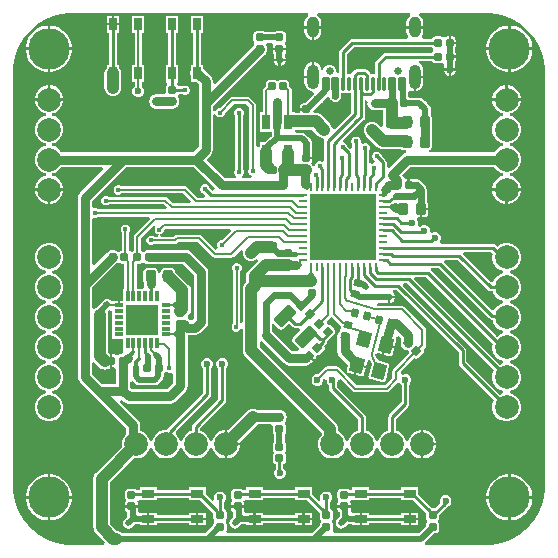
<source format=gbr>
%TF.GenerationSoftware,Altium Limited,Altium Designer,24.5.2 (23)*%
G04 Layer_Physical_Order=1*
G04 Layer_Color=255*
%FSLAX45Y45*%
%MOMM*%
%TF.SameCoordinates,5BA462C2-C504-45FF-B61C-4F2A3F915A71*%
%TF.FilePolarity,Positive*%
%TF.FileFunction,Copper,L1,Top,Signal*%
%TF.Part,Single*%
G01*
G75*
%TA.AperFunction,Conductor*%
%ADD10C,0.20000*%
%TA.AperFunction,SMDPad,CuDef*%
G04:AMPARAMS|DCode=11|XSize=0.6mm|YSize=0.7mm|CornerRadius=0.075mm|HoleSize=0mm|Usage=FLASHONLY|Rotation=75.000|XOffset=0mm|YOffset=0mm|HoleType=Round|Shape=RoundedRectangle|*
%AMROUNDEDRECTD11*
21,1,0.60000,0.55000,0,0,75.0*
21,1,0.45000,0.70000,0,0,75.0*
1,1,0.15000,0.32387,0.14616*
1,1,0.15000,0.20740,-0.28851*
1,1,0.15000,-0.32387,-0.14616*
1,1,0.15000,-0.20740,0.28851*
%
%ADD11ROUNDEDRECTD11*%
%TA.AperFunction,ConnectorPad*%
%ADD12R,1.05000X0.65000*%
%TA.AperFunction,SMDPad,CuDef*%
%ADD13R,2.70000X2.60000*%
%ADD14R,0.80000X0.35000*%
%ADD15R,0.35000X0.85000*%
G04:AMPARAMS|DCode=16|XSize=0.6mm|YSize=0.7mm|CornerRadius=0.075mm|HoleSize=0mm|Usage=FLASHONLY|Rotation=180.000|XOffset=0mm|YOffset=0mm|HoleType=Round|Shape=RoundedRectangle|*
%AMROUNDEDRECTD16*
21,1,0.60000,0.55000,0,0,180.0*
21,1,0.45000,0.70000,0,0,180.0*
1,1,0.15000,-0.22500,0.27500*
1,1,0.15000,0.22500,0.27500*
1,1,0.15000,0.22500,-0.27500*
1,1,0.15000,-0.22500,-0.27500*
%
%ADD16ROUNDEDRECTD16*%
G04:AMPARAMS|DCode=17|XSize=0.6mm|YSize=0.7mm|CornerRadius=0.075mm|HoleSize=0mm|Usage=FLASHONLY|Rotation=90.000|XOffset=0mm|YOffset=0mm|HoleType=Round|Shape=RoundedRectangle|*
%AMROUNDEDRECTD17*
21,1,0.60000,0.55000,0,0,90.0*
21,1,0.45000,0.70000,0,0,90.0*
1,1,0.15000,0.27500,0.22500*
1,1,0.15000,0.27500,-0.22500*
1,1,0.15000,-0.27500,-0.22500*
1,1,0.15000,-0.27500,0.22500*
%
%ADD17ROUNDEDRECTD17*%
G04:AMPARAMS|DCode=18|XSize=0.8mm|YSize=1mm|CornerRadius=0.1mm|HoleSize=0mm|Usage=FLASHONLY|Rotation=180.000|XOffset=0mm|YOffset=0mm|HoleType=Round|Shape=RoundedRectangle|*
%AMROUNDEDRECTD18*
21,1,0.80000,0.80000,0,0,180.0*
21,1,0.60000,1.00000,0,0,180.0*
1,1,0.20000,-0.30000,0.40000*
1,1,0.20000,0.30000,0.40000*
1,1,0.20000,0.30000,-0.40000*
1,1,0.20000,-0.30000,-0.40000*
%
%ADD18ROUNDEDRECTD18*%
%ADD19O,0.25000X0.80000*%
%ADD20O,0.80000X0.25000*%
%ADD21R,5.60000X5.60000*%
G04:AMPARAMS|DCode=22|XSize=0.6mm|YSize=0.7mm|CornerRadius=0.075mm|HoleSize=0mm|Usage=FLASHONLY|Rotation=315.000|XOffset=0mm|YOffset=0mm|HoleType=Round|Shape=RoundedRectangle|*
%AMROUNDEDRECTD22*
21,1,0.60000,0.55000,0,0,315.0*
21,1,0.45000,0.70000,0,0,315.0*
1,1,0.15000,-0.03536,-0.35355*
1,1,0.15000,-0.35355,-0.03536*
1,1,0.15000,0.03536,0.35355*
1,1,0.15000,0.35355,0.03536*
%
%ADD22ROUNDEDRECTD22*%
%TA.AperFunction,TestPad*%
G04:AMPARAMS|DCode=23|XSize=0.3mm|YSize=1.15mm|CornerRadius=0.0375mm|HoleSize=0mm|Usage=FLASHONLY|Rotation=180.000|XOffset=0mm|YOffset=0mm|HoleType=Round|Shape=RoundedRectangle|*
%AMROUNDEDRECTD23*
21,1,0.30000,1.07500,0,0,180.0*
21,1,0.22500,1.15000,0,0,180.0*
1,1,0.07500,-0.11250,0.53750*
1,1,0.07500,0.11250,0.53750*
1,1,0.07500,0.11250,-0.53750*
1,1,0.07500,-0.11250,-0.53750*
%
%ADD23ROUNDEDRECTD23*%
G04:AMPARAMS|DCode=24|XSize=0.6mm|YSize=1.15mm|CornerRadius=0.075mm|HoleSize=0mm|Usage=FLASHONLY|Rotation=180.000|XOffset=0mm|YOffset=0mm|HoleType=Round|Shape=RoundedRectangle|*
%AMROUNDEDRECTD24*
21,1,0.60000,1.00000,0,0,180.0*
21,1,0.45000,1.15000,0,0,180.0*
1,1,0.15000,-0.22500,0.50000*
1,1,0.15000,0.22500,0.50000*
1,1,0.15000,0.22500,-0.50000*
1,1,0.15000,-0.22500,-0.50000*
%
%ADD24ROUNDEDRECTD24*%
%TA.AperFunction,ConnectorPad*%
%ADD25R,0.65000X1.05000*%
%TA.AperFunction,SMDPad,CuDef*%
G04:AMPARAMS|DCode=26|XSize=0.6mm|YSize=0.7mm|CornerRadius=0.075mm|HoleSize=0mm|Usage=FLASHONLY|Rotation=45.000|XOffset=0mm|YOffset=0mm|HoleType=Round|Shape=RoundedRectangle|*
%AMROUNDEDRECTD26*
21,1,0.60000,0.55000,0,0,45.0*
21,1,0.45000,0.70000,0,0,45.0*
1,1,0.15000,0.35355,-0.03536*
1,1,0.15000,0.03536,-0.35355*
1,1,0.15000,-0.35355,0.03536*
1,1,0.15000,-0.03536,0.35355*
%
%ADD26ROUNDEDRECTD26*%
G04:AMPARAMS|DCode=27|XSize=1mm|YSize=1.8mm|CornerRadius=0.05mm|HoleSize=0mm|Usage=FLASHONLY|Rotation=135.000|XOffset=0mm|YOffset=0mm|HoleType=Round|Shape=RoundedRectangle|*
%AMROUNDEDRECTD27*
21,1,1.00000,1.70000,0,0,135.0*
21,1,0.90000,1.80000,0,0,135.0*
1,1,0.10000,0.28284,0.91924*
1,1,0.10000,0.91924,0.28284*
1,1,0.10000,-0.28284,-0.91924*
1,1,0.10000,-0.91924,-0.28284*
%
%ADD27ROUNDEDRECTD27*%
G04:AMPARAMS|DCode=28|XSize=1.3mm|YSize=1.1mm|CornerRadius=0.055mm|HoleSize=0mm|Usage=FLASHONLY|Rotation=255.000|XOffset=0mm|YOffset=0mm|HoleType=Round|Shape=RoundedRectangle|*
%AMROUNDEDRECTD28*
21,1,1.30000,0.99000,0,0,255.0*
21,1,1.19000,1.10000,0,0,255.0*
1,1,0.11000,-0.63213,-0.44661*
1,1,0.11000,-0.32414,0.70284*
1,1,0.11000,0.63213,0.44661*
1,1,0.11000,0.32414,-0.70284*
%
%ADD28ROUNDEDRECTD28*%
G04:AMPARAMS|DCode=29|XSize=0.8mm|YSize=1mm|CornerRadius=0.1mm|HoleSize=0mm|Usage=FLASHONLY|Rotation=270.000|XOffset=0mm|YOffset=0mm|HoleType=Round|Shape=RoundedRectangle|*
%AMROUNDEDRECTD29*
21,1,0.80000,0.80000,0,0,270.0*
21,1,0.60000,1.00000,0,0,270.0*
1,1,0.20000,-0.40000,-0.30000*
1,1,0.20000,-0.40000,0.30000*
1,1,0.20000,0.40000,0.30000*
1,1,0.20000,0.40000,-0.30000*
%
%ADD29ROUNDEDRECTD29*%
%ADD30R,0.65000X1.25000*%
G04:AMPARAMS|DCode=31|XSize=0.6mm|YSize=0.7mm|CornerRadius=0.075mm|HoleSize=0mm|Usage=FLASHONLY|Rotation=345.000|XOffset=0mm|YOffset=0mm|HoleType=Round|Shape=RoundedRectangle|*
%AMROUNDEDRECTD31*
21,1,0.60000,0.55000,0,0,345.0*
21,1,0.45000,0.70000,0,0,345.0*
1,1,0.15000,0.14616,-0.32387*
1,1,0.15000,-0.28851,-0.20740*
1,1,0.15000,-0.14616,0.32387*
1,1,0.15000,0.28851,0.20740*
%
%ADD31ROUNDEDRECTD31*%
%TA.AperFunction,Conductor*%
%ADD32C,1.00000*%
%ADD33C,0.45000*%
%ADD34C,0.50000*%
%ADD35C,0.25000*%
%ADD36C,0.80000*%
%ADD37C,0.60000*%
%ADD38C,0.30000*%
%ADD39C,0.35000*%
%ADD40C,0.28000*%
%TA.AperFunction,ViaPad*%
%ADD41C,3.50000*%
%TA.AperFunction,ComponentPad*%
%ADD42C,2.00000*%
%TA.AperFunction,TestPad*%
%ADD43O,1.00000X2.10000*%
%ADD44C,0.65000*%
%ADD45O,1.00000X1.80000*%
%TA.AperFunction,ViaPad*%
%ADD46C,0.40000*%
%ADD47C,0.60000*%
G36*
X8649999Y11399999D02*
X8650000Y11399999D01*
X8650000Y11399999D01*
X8682771Y11399999D01*
X8747754Y11391444D01*
X8811064Y11374481D01*
X8871619Y11349398D01*
X8928381Y11316627D01*
X8980381Y11276726D01*
X9026727Y11230380D01*
X9066627Y11178381D01*
X9099399Y11121618D01*
X9124481Y11061064D01*
X9141445Y10997754D01*
X9150000Y10932771D01*
X9149999Y10899999D01*
X9150000Y7399999D01*
X9149999Y7399999D01*
X9150000Y7367227D01*
X9141445Y7302245D01*
X9124481Y7238934D01*
X9099398Y7178380D01*
X9066627Y7121618D01*
X9026726Y7069619D01*
X8980380Y7023272D01*
X8928381Y6983372D01*
X8871619Y6950600D01*
X8811064Y6925518D01*
X8747754Y6908554D01*
X8682771Y6899999D01*
X8649999Y6899999D01*
X8142166D01*
X8136607Y6910039D01*
X8134886Y6919999D01*
X8214348Y6999461D01*
X8227500D01*
X8238230Y7001595D01*
X8247326Y7007673D01*
X8253404Y7016770D01*
X8255539Y7027500D01*
Y7072499D01*
X8253404Y7083229D01*
X8247326Y7092326D01*
Y7107674D01*
X8253404Y7116770D01*
X8255539Y7127500D01*
Y7153676D01*
X8319363Y7217500D01*
X8319946D01*
X8338323Y7225112D01*
X8352388Y7239177D01*
X8360000Y7257554D01*
Y7277446D01*
X8352388Y7295823D01*
X8338323Y7309888D01*
X8319946Y7317500D01*
X8300054D01*
X8281677Y7309888D01*
X8267612Y7295823D01*
X8260000Y7277446D01*
Y7257554D01*
X8261668Y7253529D01*
X8220613Y7212474D01*
X8216243Y7211021D01*
X8193845Y7213016D01*
X8080000Y7326861D01*
Y7384999D01*
X7935000D01*
Y7365636D01*
X7665000D01*
Y7384999D01*
X7520000D01*
Y7361886D01*
X7500961D01*
X7497326Y7367326D01*
X7488230Y7373404D01*
X7477500Y7375538D01*
X7422500D01*
X7411770Y7373404D01*
X7402674Y7367326D01*
X7396596Y7358230D01*
X7394461Y7347500D01*
Y7302500D01*
X7396596Y7291770D01*
X7402674Y7282674D01*
Y7267326D01*
X7396596Y7258230D01*
X7394461Y7247500D01*
Y7234999D01*
X7450000D01*
X7505538D01*
Y7247500D01*
X7503404Y7258230D01*
X7497946Y7266398D01*
X7498380Y7268069D01*
X7503459Y7271648D01*
X7520000Y7279999D01*
X7665000D01*
Y7299363D01*
X7935000D01*
Y7279999D01*
X8033138D01*
X8144363Y7168774D01*
Y7167500D01*
X8144461Y7167007D01*
Y7127500D01*
X8146596Y7116770D01*
X8152674Y7107673D01*
Y7092326D01*
X8146596Y7083229D01*
X8144461Y7072499D01*
Y7059347D01*
X8080995Y6995881D01*
X7362937D01*
X7352810Y7015881D01*
X7353404Y7016770D01*
X7355539Y7027500D01*
Y7072499D01*
X7353404Y7083229D01*
X7347326Y7092326D01*
Y7107674D01*
X7353404Y7116770D01*
X7355539Y7127500D01*
Y7172499D01*
X7353404Y7183229D01*
X7347326Y7192326D01*
X7338230Y7198404D01*
X7333136Y7199417D01*
Y7262426D01*
X7342388Y7271677D01*
X7350000Y7290054D01*
Y7309946D01*
X7342388Y7328323D01*
X7328323Y7342388D01*
X7309946Y7350000D01*
X7290054D01*
X7271677Y7342388D01*
X7257612Y7328323D01*
X7250000Y7309946D01*
Y7290054D01*
X7253471Y7281675D01*
X7236515Y7270346D01*
X7180000Y7326861D01*
Y7384999D01*
X7035000D01*
Y7365636D01*
X6765000D01*
Y7384999D01*
X6620000D01*
Y7361886D01*
X6600961D01*
X6597326Y7367326D01*
X6588230Y7373404D01*
X6577500Y7375538D01*
X6522500D01*
X6511770Y7373404D01*
X6502674Y7367326D01*
X6496596Y7358230D01*
X6494461Y7347500D01*
Y7302500D01*
X6496596Y7291770D01*
X6502674Y7282674D01*
Y7267326D01*
X6496596Y7258230D01*
X6494461Y7247500D01*
Y7235000D01*
X6549999D01*
X6605538D01*
Y7247500D01*
X6603404Y7258230D01*
X6597946Y7266398D01*
X6598380Y7268069D01*
X6603459Y7271648D01*
X6620000Y7279999D01*
X6765000D01*
Y7299363D01*
X7035000D01*
Y7279999D01*
X7133138D01*
X7244363Y7168774D01*
Y7167500D01*
X7244461Y7167007D01*
Y7127500D01*
X7246596Y7116770D01*
X7252674Y7107673D01*
Y7092326D01*
X7246596Y7083229D01*
X7244461Y7072499D01*
Y7059347D01*
X7180995Y6995881D01*
X6462937D01*
X6452810Y7015881D01*
X6453404Y7016770D01*
X6455539Y7027500D01*
Y7072499D01*
X6453404Y7083229D01*
X6447326Y7092326D01*
Y7107674D01*
X6453404Y7116770D01*
X6455539Y7127500D01*
Y7172499D01*
X6453404Y7183229D01*
X6447326Y7192326D01*
X6438230Y7198404D01*
X6433136Y7199417D01*
Y7262426D01*
X6442388Y7271677D01*
X6450000Y7290054D01*
Y7309946D01*
X6442388Y7328323D01*
X6428323Y7342388D01*
X6409946Y7350000D01*
X6390054D01*
X6371677Y7342388D01*
X6357612Y7328323D01*
X6350000Y7309946D01*
Y7290054D01*
X6353471Y7281675D01*
X6336516Y7270346D01*
X6280000Y7326861D01*
Y7384999D01*
X6135000D01*
Y7365636D01*
X5865000D01*
Y7384999D01*
X5720000D01*
Y7361886D01*
X5700961D01*
X5697326Y7367326D01*
X5688230Y7373404D01*
X5677500Y7375538D01*
X5622500D01*
X5611770Y7373404D01*
X5602674Y7367326D01*
X5596596Y7358230D01*
X5594461Y7347500D01*
Y7302500D01*
X5596596Y7291770D01*
X5602674Y7282674D01*
Y7267326D01*
X5596596Y7258230D01*
X5594461Y7247500D01*
Y7234999D01*
X5650000D01*
X5705539D01*
Y7247500D01*
X5703404Y7258230D01*
X5697947Y7266398D01*
X5698381Y7268069D01*
X5703459Y7271647D01*
X5720000Y7279999D01*
X5865000D01*
Y7299363D01*
X6135000D01*
Y7279999D01*
X6233138D01*
X6344363Y7168774D01*
Y7167500D01*
X6344461Y7167007D01*
Y7127500D01*
X6346596Y7116770D01*
X6352674Y7107673D01*
Y7092326D01*
X6346596Y7083229D01*
X6344461Y7072499D01*
Y7064348D01*
X6275995Y6995881D01*
X5570527D01*
X5567425Y6999924D01*
X5552802Y7011144D01*
X5535774Y7018198D01*
X5526510Y7019417D01*
X5468104Y7077823D01*
Y7430255D01*
X5668768Y7630920D01*
X5672202Y7630000D01*
X5703798D01*
X5734318Y7638178D01*
X5761682Y7653976D01*
X5784024Y7676318D01*
X5799822Y7703682D01*
X5804647Y7721689D01*
X5825353D01*
X5830178Y7703682D01*
X5845976Y7676318D01*
X5868318Y7653976D01*
X5895681Y7638178D01*
X5926202Y7630000D01*
X5957798D01*
X5988318Y7638178D01*
X6015682Y7653976D01*
X6038024Y7676318D01*
X6053822Y7703682D01*
X6058647Y7721689D01*
X6079353D01*
X6084178Y7703682D01*
X6099976Y7676318D01*
X6122318Y7653976D01*
X6149681Y7638178D01*
X6180202Y7630000D01*
X6211798D01*
X6242318Y7638178D01*
X6269682Y7653976D01*
X6292024Y7676318D01*
X6307822Y7703682D01*
X6312647Y7721689D01*
X6333353D01*
X6338178Y7703682D01*
X6353976Y7676318D01*
X6376318Y7653976D01*
X6403681Y7638178D01*
X6434202Y7630000D01*
X6440000D01*
Y7750000D01*
Y7870000D01*
X6434202D01*
X6403681Y7861822D01*
X6376318Y7846024D01*
X6353976Y7823682D01*
X6338178Y7796319D01*
X6333353Y7778311D01*
X6312647D01*
X6307822Y7796319D01*
X6292024Y7823682D01*
X6269682Y7846024D01*
X6242318Y7861822D01*
X6230637Y7864953D01*
Y7886275D01*
X6443431Y8099069D01*
X6450614Y8109819D01*
X6453137Y8122500D01*
Y8392426D01*
X6462388Y8401677D01*
X6470000Y8420054D01*
Y8439946D01*
X6462388Y8458323D01*
X6448323Y8472388D01*
X6429946Y8480000D01*
X6410054D01*
X6391677Y8472388D01*
X6377612Y8458323D01*
X6370000Y8439946D01*
Y8420054D01*
X6377612Y8401677D01*
X6386864Y8392426D01*
Y8136226D01*
X6174069Y7923431D01*
X6166886Y7912681D01*
X6164363Y7900000D01*
Y7865756D01*
X6149681Y7861822D01*
X6122318Y7846024D01*
X6099976Y7823682D01*
X6084178Y7796319D01*
X6079353Y7778311D01*
X6058647D01*
X6053822Y7796319D01*
X6038024Y7823682D01*
X6027176Y7834530D01*
X6026079Y7861717D01*
X6313431Y8149069D01*
X6320614Y8159819D01*
X6323137Y8172500D01*
Y8392426D01*
X6332388Y8401677D01*
X6340000Y8420054D01*
Y8439946D01*
X6332388Y8458323D01*
X6318323Y8472388D01*
X6299946Y8480000D01*
X6280054D01*
X6261677Y8472388D01*
X6247612Y8458323D01*
X6240000Y8439946D01*
Y8420054D01*
X6247612Y8401677D01*
X6256864Y8392426D01*
Y8186226D01*
X5952053Y7881416D01*
X5944870Y7870665D01*
X5944738Y7870000D01*
X5926202D01*
X5895681Y7861822D01*
X5868318Y7846024D01*
X5845976Y7823682D01*
X5830178Y7796319D01*
X5825353Y7778311D01*
X5804647D01*
X5799822Y7796319D01*
X5784024Y7823682D01*
X5761682Y7846024D01*
X5734318Y7861822D01*
X5726214Y7863994D01*
Y7912461D01*
X5721558Y7935872D01*
X5708296Y7955719D01*
X5557164Y8106851D01*
X5563747Y8128553D01*
X5566290Y8129058D01*
X5583606Y8111743D01*
X5603452Y8098481D01*
X5626863Y8093825D01*
X5975000D01*
X5998411Y8098481D01*
X6018258Y8111743D01*
X6108258Y8201743D01*
X6121519Y8221589D01*
X6126176Y8245000D01*
Y8676962D01*
X6190637D01*
X6214048Y8681618D01*
X6233895Y8694880D01*
X6283258Y8744243D01*
X6296519Y8764089D01*
X6301176Y8787500D01*
Y9205000D01*
X6296519Y9228411D01*
X6283258Y9248258D01*
X6153258Y9378258D01*
X6133411Y9391519D01*
X6110000Y9396176D01*
X5800000D01*
X5776589Y9391519D01*
X5774114Y9389865D01*
X5766771Y9388404D01*
X5757674Y9382326D01*
X5747853D01*
X5730588Y9397464D01*
Y9494830D01*
X5839016Y9603258D01*
X5853590Y9590158D01*
X5847500Y9575457D01*
Y9559543D01*
X5853590Y9544842D01*
X5864842Y9533590D01*
X5879543Y9527500D01*
X5878125Y9508088D01*
X5843481D01*
X5840158Y9511410D01*
X5825456Y9517500D01*
X5809543D01*
X5794842Y9511410D01*
X5783590Y9500158D01*
X5777500Y9485457D01*
Y9469543D01*
X5783590Y9454842D01*
X5794842Y9443590D01*
X5809543Y9437500D01*
X5825456D01*
X5840158Y9443590D01*
X5843481Y9446912D01*
X6016661D01*
X6016662Y9446912D01*
X6028367Y9449241D01*
X6038291Y9455871D01*
X6046832Y9464412D01*
X6209830D01*
X6335871Y9338371D01*
X6345795Y9331741D01*
X6357500Y9329412D01*
X6357501Y9329412D01*
X6494999D01*
X6495000Y9329412D01*
X6506706Y9331741D01*
X6516629Y9338371D01*
X6576984Y9398726D01*
X6593264Y9388900D01*
X6594224Y9387682D01*
X6591896Y9370000D01*
X6594302Y9351727D01*
X6601355Y9334698D01*
X6612576Y9320076D01*
X6627198Y9308855D01*
X6644226Y9301802D01*
X6662500Y9299396D01*
X6680774Y9301802D01*
X6697802Y9308855D01*
X6710352Y9318486D01*
X6723567Y9303416D01*
X6642575Y9222425D01*
X6631355Y9207802D01*
X6624302Y9190774D01*
X6621896Y9172500D01*
Y9119245D01*
X6615075Y9112424D01*
X6603855Y9097802D01*
X6596802Y9080774D01*
X6594396Y9062500D01*
Y8785105D01*
X6574396Y8776486D01*
X6570588Y8780085D01*
Y9214019D01*
X6576410Y9219842D01*
X6582500Y9234543D01*
Y9250456D01*
X6576410Y9265158D01*
X6565158Y9276410D01*
X6550457Y9282500D01*
X6534543D01*
X6519842Y9276410D01*
X6508590Y9265158D01*
X6502500Y9250456D01*
Y9234543D01*
X6508590Y9219842D01*
X6509412Y9219019D01*
Y8773481D01*
X6503590Y8767658D01*
X6497500Y8752957D01*
Y8737043D01*
X6503590Y8722342D01*
X6514842Y8711090D01*
X6529543Y8705000D01*
X6545457D01*
X6560158Y8711090D01*
X6571410Y8722342D01*
X6574396Y8729550D01*
X6594396Y8725572D01*
Y8545000D01*
X6596802Y8526727D01*
X6603855Y8509698D01*
X6615075Y8495076D01*
X7260262Y7849889D01*
Y7829968D01*
X7253976Y7823682D01*
X7238178Y7796319D01*
X7230000Y7765799D01*
Y7734202D01*
X7238178Y7703682D01*
X7253976Y7676318D01*
X7276318Y7653976D01*
X7303681Y7638178D01*
X7334201Y7630000D01*
X7365798D01*
X7396318Y7638178D01*
X7423682Y7653976D01*
X7446024Y7676318D01*
X7461822Y7703682D01*
X7466647Y7721689D01*
X7487353D01*
X7492178Y7703682D01*
X7507976Y7676318D01*
X7530318Y7653976D01*
X7557681Y7638178D01*
X7588201Y7630000D01*
X7619798D01*
X7650318Y7638178D01*
X7677682Y7653976D01*
X7700024Y7676318D01*
X7715822Y7703682D01*
X7720647Y7721689D01*
X7741353D01*
X7746178Y7703682D01*
X7761976Y7676318D01*
X7784318Y7653976D01*
X7811681Y7638178D01*
X7842201Y7630000D01*
X7873798D01*
X7904318Y7638178D01*
X7931682Y7653976D01*
X7954024Y7676318D01*
X7969822Y7703682D01*
X7974647Y7721689D01*
X7995353D01*
X8000178Y7703682D01*
X8015976Y7676318D01*
X8038318Y7653976D01*
X8065681Y7638178D01*
X8096201Y7630000D01*
X8102000D01*
Y7750000D01*
Y7870000D01*
X8096201D01*
X8065681Y7861822D01*
X8038318Y7846024D01*
X8015976Y7823682D01*
X8000178Y7796319D01*
X7995353Y7778311D01*
X7974647D01*
X7969822Y7796319D01*
X7954024Y7823682D01*
X7931682Y7846024D01*
X7904318Y7861822D01*
X7891136Y7865355D01*
Y7966774D01*
X7993431Y8069069D01*
X8000614Y8079819D01*
X8003137Y8092500D01*
Y8254926D01*
X8012388Y8264177D01*
X8020000Y8282554D01*
Y8302446D01*
X8012388Y8320823D01*
X7998323Y8334888D01*
X7979946Y8342500D01*
X7960054D01*
X7951803Y8339082D01*
X7930794Y8349488D01*
X7930286Y8350170D01*
X7928649Y8360391D01*
X8046350Y8478093D01*
X8048590Y8476596D01*
X8059320Y8474461D01*
X8070050Y8476596D01*
X8079146Y8482674D01*
X8118037Y8521565D01*
X8124115Y8530661D01*
X8126250Y8541391D01*
X8124115Y8552121D01*
X8133773Y8565516D01*
X8140404Y8575439D01*
X8142733Y8587144D01*
X8142732Y8587146D01*
Y8720354D01*
X8142733Y8720356D01*
X8140404Y8732061D01*
X8133773Y8741985D01*
X8133773Y8741985D01*
X7961629Y8914129D01*
X7951705Y8920759D01*
X7940000Y8923088D01*
X7939999Y8923088D01*
X7736663D01*
X7718370Y8928169D01*
X7718287Y8929118D01*
X7736485Y8949119D01*
X7812612D01*
X7822500Y8945023D01*
Y8995000D01*
X7832500D01*
Y9005000D01*
X7882477D01*
X7874888Y9023323D01*
X7861347Y9036864D01*
X7861454Y9039730D01*
X7866067Y9056864D01*
X7896275D01*
X8420655Y8532483D01*
Y8437208D01*
X8423177Y8424527D01*
X8430361Y8413777D01*
X8721501Y8122637D01*
X8714678Y8110818D01*
X8706500Y8080298D01*
Y8048702D01*
X8714678Y8018182D01*
X8730476Y7990818D01*
X8752818Y7968476D01*
X8780182Y7952678D01*
X8810702Y7944500D01*
X8842298D01*
X8872818Y7952678D01*
X8900182Y7968476D01*
X8922524Y7990818D01*
X8938322Y8018182D01*
X8946500Y8048702D01*
Y8080298D01*
X8938322Y8110818D01*
X8922524Y8138182D01*
X8900182Y8160524D01*
X8872818Y8176322D01*
X8854811Y8181147D01*
Y8201853D01*
X8872818Y8206678D01*
X8900182Y8222476D01*
X8922524Y8244818D01*
X8938322Y8272182D01*
X8946500Y8302702D01*
Y8334298D01*
X8938322Y8364818D01*
X8922524Y8392182D01*
X8900182Y8414524D01*
X8872818Y8430322D01*
X8854811Y8435147D01*
Y8455853D01*
X8872818Y8460678D01*
X8900182Y8476476D01*
X8922524Y8498818D01*
X8938322Y8526182D01*
X8946500Y8556702D01*
Y8588298D01*
X8938322Y8618818D01*
X8922524Y8646182D01*
X8900182Y8668524D01*
X8872818Y8684322D01*
X8854811Y8689147D01*
Y8709853D01*
X8872818Y8714678D01*
X8900182Y8730476D01*
X8922524Y8752818D01*
X8938322Y8780182D01*
X8946500Y8810702D01*
Y8842298D01*
X8938322Y8872818D01*
X8922524Y8900182D01*
X8900182Y8922524D01*
X8872818Y8938322D01*
X8854811Y8943147D01*
Y8963853D01*
X8872818Y8968678D01*
X8900182Y8984476D01*
X8922524Y9006818D01*
X8938322Y9034182D01*
X8946500Y9064702D01*
Y9096298D01*
X8938322Y9126818D01*
X8922524Y9154182D01*
X8900182Y9176524D01*
X8872818Y9192322D01*
X8854811Y9197147D01*
Y9217853D01*
X8872818Y9222678D01*
X8900182Y9238476D01*
X8922524Y9260818D01*
X8938322Y9288182D01*
X8946500Y9318702D01*
Y9350298D01*
X8938322Y9380818D01*
X8922524Y9408182D01*
X8900182Y9430524D01*
X8872818Y9446322D01*
X8842298Y9454500D01*
X8810702D01*
X8780182Y9446322D01*
X8752818Y9430524D01*
X8745851Y9423557D01*
X8733477Y9435931D01*
X8722727Y9443114D01*
X8710046Y9445637D01*
X8267132D01*
X8258848Y9465637D01*
X8262388Y9469177D01*
X8270000Y9487554D01*
Y9507446D01*
X8262388Y9525823D01*
X8248323Y9539888D01*
X8229946Y9547500D01*
X8210054D01*
X8195612Y9541518D01*
X8185620Y9546227D01*
X8184592Y9546937D01*
X8177500Y9553995D01*
Y9569946D01*
X8169888Y9588323D01*
X8155823Y9602388D01*
X8137445Y9610000D01*
X8117554D01*
X8099177Y9602388D01*
X8090171Y9593382D01*
X8073216Y9604711D01*
X8077500Y9615054D01*
Y9634946D01*
X8069888Y9653323D01*
X8079583Y9671912D01*
X8090000D01*
Y9742500D01*
X8100000D01*
Y9752500D01*
X8160587D01*
Y9782500D01*
X8158259Y9794205D01*
X8151629Y9804129D01*
X8150979Y9804563D01*
Y9906820D01*
X8147099Y9926329D01*
X8136048Y9942868D01*
X8100900Y9978015D01*
X8084362Y9989066D01*
X8064853Y9992947D01*
X8035156D01*
X8030730Y9995904D01*
X8020000Y9998039D01*
X8007500D01*
Y9942500D01*
X7987500D01*
Y9998039D01*
X7975000D01*
X7954393Y10011528D01*
X7954019Y10013411D01*
X7943367Y10029352D01*
X8012839Y10098825D01*
X8723255D01*
X8730476Y10086318D01*
X8752818Y10063976D01*
X8780182Y10048178D01*
X8798189Y10043353D01*
Y10022647D01*
X8780182Y10017822D01*
X8752818Y10002024D01*
X8730476Y9979682D01*
X8714678Y9952318D01*
X8706500Y9921798D01*
Y9916000D01*
X8826500D01*
X8946500D01*
Y9921798D01*
X8938322Y9952318D01*
X8922524Y9979682D01*
X8900182Y10002024D01*
X8872818Y10017822D01*
X8854811Y10022647D01*
Y10043353D01*
X8872818Y10048178D01*
X8900182Y10063976D01*
X8922524Y10086318D01*
X8938322Y10113682D01*
X8946500Y10144202D01*
Y10175798D01*
X8938322Y10206318D01*
X8922524Y10233682D01*
X8900182Y10256024D01*
X8872818Y10271822D01*
X8854811Y10276647D01*
Y10297353D01*
X8872818Y10302178D01*
X8900182Y10317976D01*
X8922524Y10340318D01*
X8938322Y10367682D01*
X8946500Y10398202D01*
Y10429798D01*
X8938322Y10460318D01*
X8922524Y10487682D01*
X8900182Y10510024D01*
X8872818Y10525822D01*
X8854811Y10530647D01*
Y10551353D01*
X8872818Y10556178D01*
X8900182Y10571976D01*
X8922524Y10594318D01*
X8938322Y10621682D01*
X8946500Y10652202D01*
Y10658000D01*
X8826500D01*
X8706500D01*
Y10652202D01*
X8714678Y10621682D01*
X8730476Y10594318D01*
X8752818Y10571976D01*
X8780182Y10556178D01*
X8798189Y10551353D01*
Y10530647D01*
X8780182Y10525822D01*
X8752818Y10510024D01*
X8730476Y10487682D01*
X8714678Y10460318D01*
X8706500Y10429798D01*
Y10398202D01*
X8714678Y10367682D01*
X8730476Y10340318D01*
X8752818Y10317976D01*
X8780182Y10302178D01*
X8798189Y10297353D01*
Y10276647D01*
X8780182Y10271822D01*
X8752818Y10256024D01*
X8730476Y10233682D01*
X8723255Y10221175D01*
X8173329D01*
X8171359Y10241175D01*
X8174205Y10241742D01*
X8184128Y10248372D01*
X8190759Y10258295D01*
X8193087Y10270001D01*
Y10307046D01*
X8193675Y10310001D01*
Y10477501D01*
X8193087Y10480456D01*
Y10517501D01*
X8190759Y10529206D01*
X8185882Y10536506D01*
Y10587500D01*
X8182389Y10605058D01*
X8172443Y10619943D01*
X8160257Y10632130D01*
X8156138Y10642073D01*
X8142073Y10656138D01*
X8132130Y10660257D01*
X8119943Y10672443D01*
X8105058Y10682389D01*
X8087500Y10685882D01*
X7998292D01*
X7997326Y10687326D01*
X7995881Y10688292D01*
Y10734951D01*
X8009076Y10742987D01*
X8015881Y10745408D01*
X8031226Y10739052D01*
X8039500Y10737963D01*
Y10862251D01*
X8049500D01*
Y10872251D01*
X8120104D01*
Y10917251D01*
X8117698Y10935524D01*
X8110644Y10952553D01*
X8099424Y10967175D01*
X8084802Y10978395D01*
X8082465Y10979363D01*
X8086443Y10999363D01*
X8195583D01*
X8196596Y10994270D01*
X8202674Y10985174D01*
X8211770Y10979096D01*
X8222500Y10976961D01*
X8267500D01*
X8278230Y10979096D01*
X8279119Y10979689D01*
X8299119Y10969563D01*
Y10942389D01*
X8295023Y10932500D01*
X8394977D01*
X8390882Y10942389D01*
Y10990494D01*
X8393404Y10994270D01*
X8395539Y11005000D01*
Y11022500D01*
X8345000D01*
Y11042500D01*
X8395539D01*
Y11060000D01*
X8393404Y11070730D01*
X8390882Y11074505D01*
Y11105494D01*
X8393404Y11109270D01*
X8395539Y11120000D01*
Y11137500D01*
X8345000D01*
Y11147500D01*
X8335000D01*
Y11203039D01*
X8322500D01*
X8311770Y11200904D01*
X8302674Y11194826D01*
X8287326D01*
X8278230Y11200904D01*
X8267500Y11203039D01*
X8222500D01*
X8211770Y11200904D01*
X8202674Y11194826D01*
X8196596Y11185730D01*
X8195583Y11180637D01*
X8117199D01*
X8107336Y11200636D01*
X8110644Y11204949D01*
X8117698Y11221977D01*
X8120104Y11240251D01*
Y11270251D01*
X8049500D01*
X7978896D01*
Y11240251D01*
X7981302Y11221977D01*
X7988355Y11204949D01*
X7991664Y11200636D01*
X7981801Y11180637D01*
X7520000D01*
X7507319Y11178114D01*
X7496569Y11170931D01*
X7421569Y11095931D01*
X7414386Y11085181D01*
X7411863Y11072500D01*
Y10900821D01*
X7407529Y10894233D01*
X7399478Y10894205D01*
X7396898Y10895266D01*
X7381000Y10913118D01*
Y10922693D01*
X7373007Y10941989D01*
X7358239Y10956758D01*
X7338943Y10964750D01*
X7318057D01*
X7298761Y10956758D01*
X7283993Y10941989D01*
X7276000Y10922693D01*
Y10917502D01*
X7256104Y10917251D01*
X7253698Y10935524D01*
X7246645Y10952553D01*
X7235424Y10967175D01*
X7220802Y10978395D01*
X7203774Y10985449D01*
X7195500Y10986538D01*
Y10862251D01*
X7185500D01*
Y10852251D01*
X7114896D01*
Y10807250D01*
X7117302Y10788977D01*
X7124355Y10771948D01*
X7135576Y10757326D01*
X7150198Y10746106D01*
X7167226Y10739052D01*
X7179364Y10737455D01*
X7191807Y10724628D01*
X7195402Y10717778D01*
X7194177Y10712388D01*
X7180112Y10698323D01*
X7177761Y10692647D01*
X7120653Y10635539D01*
X7102500D01*
X7091770Y10633404D01*
X7082674Y10627326D01*
X7076596Y10618230D01*
X7074461Y10607500D01*
Y10595000D01*
X7130000D01*
Y10575000D01*
X7074461D01*
Y10562500D01*
X7068801Y10555604D01*
X7031101D01*
Y10561500D01*
X7009188D01*
Y10745783D01*
X7009189Y10745784D01*
X7006860Y10757489D01*
X7000230Y10767413D01*
X7000229Y10767413D01*
X6988514Y10779129D01*
X6988039Y10779446D01*
Y10810000D01*
X6985904Y10820730D01*
X6979827Y10829826D01*
X6970730Y10835904D01*
X6960000Y10838039D01*
X6915000D01*
X6904270Y10835904D01*
X6895174Y10829826D01*
X6879826D01*
X6870730Y10835904D01*
X6860000Y10838039D01*
X6815000D01*
X6804270Y10835904D01*
X6795174Y10829826D01*
X6789096Y10820730D01*
X6786962Y10810000D01*
Y10783321D01*
X6780687Y10779129D01*
X6780687Y10779128D01*
X6768972Y10767413D01*
X6762341Y10757489D01*
X6760013Y10745784D01*
X6760013Y10745783D01*
Y10561500D01*
X6738101D01*
Y10396500D01*
X6838719D01*
Y10360505D01*
X6828377Y10350163D01*
X6820187Y10348534D01*
X6805302Y10338588D01*
X6778214Y10311500D01*
X6738101D01*
Y10276531D01*
X6728088Y10266270D01*
X6708088Y10272377D01*
Y10620000D01*
X6705759Y10631705D01*
X6699129Y10641629D01*
X6699128Y10641629D01*
X6656629Y10684129D01*
X6646705Y10690759D01*
X6635000Y10693088D01*
X6634999Y10693088D01*
X6505000D01*
X6493295Y10690759D01*
X6483371Y10684129D01*
X6396742Y10597500D01*
X6390883D01*
X6376181Y10591410D01*
X6364929Y10580158D01*
X6361175Y10571096D01*
X6341175Y10575075D01*
Y10612160D01*
X6776832Y11047816D01*
X6776980Y11047846D01*
X6786076Y11053924D01*
X6792154Y11063020D01*
X6793615Y11070364D01*
X6795269Y11072839D01*
X6799925Y11096250D01*
X6795269Y11119661D01*
X6793615Y11122135D01*
X6792154Y11129480D01*
X6791560Y11130368D01*
X6801687Y11150368D01*
X6840813D01*
X6850940Y11130368D01*
X6850346Y11129480D01*
X6848211Y11118750D01*
Y11106250D01*
X6903750D01*
X6959289D01*
Y11118750D01*
X6957154Y11129480D01*
X6951076Y11138576D01*
Y11153924D01*
X6957154Y11163020D01*
X6959289Y11173750D01*
Y11218750D01*
X6957154Y11229480D01*
X6951076Y11238576D01*
X6941980Y11244654D01*
X6931250Y11246789D01*
X6876250D01*
X6865520Y11244654D01*
X6861744Y11242131D01*
X6780756D01*
X6776980Y11244654D01*
X6766250Y11246789D01*
X6711250D01*
X6700520Y11244654D01*
X6691424Y11238576D01*
X6685346Y11229480D01*
X6683211Y11218750D01*
Y11173750D01*
X6685346Y11163020D01*
X6691424Y11153924D01*
Y11138576D01*
X6685346Y11129480D01*
X6685316Y11129331D01*
X6359653Y10803668D01*
X6341175Y10811322D01*
Y10825637D01*
X6336519Y10849048D01*
X6323257Y10868895D01*
X6268895Y10923258D01*
X6260000Y10929201D01*
Y10965000D01*
X6240636D01*
Y11235000D01*
X6260000D01*
Y11380000D01*
X6155000D01*
Y11235000D01*
X6174363D01*
Y10965000D01*
X6155000D01*
Y10921926D01*
X6150981Y10915911D01*
X6146325Y10892500D01*
X6150981Y10869089D01*
X6155000Y10863075D01*
Y10820000D01*
X6199122D01*
X6218824Y10800298D01*
Y10637500D01*
Y10265339D01*
X6174661Y10221175D01*
X5056245D01*
X5049024Y10233682D01*
X5026682Y10256024D01*
X4999318Y10271822D01*
X4981311Y10276647D01*
Y10297353D01*
X4999318Y10302178D01*
X5026682Y10317976D01*
X5049024Y10340318D01*
X5064822Y10367682D01*
X5073000Y10398202D01*
Y10429798D01*
X5064822Y10460318D01*
X5049024Y10487682D01*
X5026682Y10510024D01*
X4999318Y10525822D01*
X4981311Y10530647D01*
Y10551353D01*
X4999318Y10556178D01*
X5026682Y10571976D01*
X5049024Y10594318D01*
X5064822Y10621682D01*
X5073000Y10652202D01*
Y10658000D01*
X4953000D01*
X4833000D01*
Y10652202D01*
X4841178Y10621682D01*
X4856976Y10594318D01*
X4879318Y10571976D01*
X4906682Y10556178D01*
X4924689Y10551353D01*
Y10530647D01*
X4906682Y10525822D01*
X4879318Y10510024D01*
X4856976Y10487682D01*
X4841178Y10460318D01*
X4833000Y10429798D01*
Y10398202D01*
X4841178Y10367682D01*
X4856976Y10340318D01*
X4879318Y10317976D01*
X4906682Y10302178D01*
X4924689Y10297353D01*
Y10276647D01*
X4906682Y10271822D01*
X4879318Y10256024D01*
X4856976Y10233682D01*
X4841178Y10206318D01*
X4833000Y10175798D01*
Y10144202D01*
X4841178Y10113682D01*
X4856976Y10086318D01*
X4879318Y10063976D01*
X4906682Y10048178D01*
X4924689Y10043353D01*
Y10022647D01*
X4906682Y10017822D01*
X4879318Y10002024D01*
X4856976Y9979682D01*
X4841178Y9952318D01*
X4833000Y9921798D01*
Y9916000D01*
X4953000D01*
X5073000D01*
Y9921798D01*
X5064822Y9952318D01*
X5049024Y9979682D01*
X5026682Y10002024D01*
X4999318Y10017822D01*
X4981311Y10022647D01*
Y10043353D01*
X4999318Y10048178D01*
X5026682Y10063976D01*
X5049024Y10086318D01*
X5056245Y10098825D01*
X5402679D01*
X5410332Y10080347D01*
X5211743Y9881757D01*
X5198481Y9861911D01*
X5193825Y9838500D01*
Y9100000D01*
Y8322500D01*
X5198481Y8299089D01*
X5211743Y8279243D01*
X5332380Y8158606D01*
X5603864Y7887122D01*
Y7835570D01*
X5591976Y7823682D01*
X5576178Y7796319D01*
X5568000Y7765799D01*
Y7734202D01*
X5568920Y7730769D01*
X5347576Y7509425D01*
X5336355Y7494802D01*
X5329302Y7477774D01*
X5326896Y7459500D01*
Y7048578D01*
X5329302Y7030305D01*
X5336355Y7013276D01*
X5347576Y6998654D01*
X5426230Y6919999D01*
X5417946Y6899999D01*
X5150000D01*
X5117228Y6899999D01*
X5052245Y6908554D01*
X4988935Y6925518D01*
X4928381Y6950601D01*
X4871619Y6983372D01*
X4819620Y7023272D01*
X4773273Y7069619D01*
X4733373Y7121618D01*
X4700601Y7178380D01*
X4675519Y7238934D01*
X4658555Y7302244D01*
X4650000Y7367227D01*
X4650000Y7399999D01*
Y10899999D01*
X4650001Y10899999D01*
X4650000Y10899999D01*
X4650000Y10932770D01*
X4658555Y10997753D01*
X4675519Y11061063D01*
X4700601Y11121618D01*
X4733373Y11178380D01*
X4773273Y11230380D01*
X4819619Y11276726D01*
X4871618Y11316626D01*
X4928381Y11349398D01*
X4988935Y11374480D01*
X5052245Y11391444D01*
X5117228Y11399999D01*
X5150000Y11399999D01*
X7142850Y11399999D01*
X7148336Y11386109D01*
X7148379Y11379999D01*
X7135576Y11370175D01*
X7124355Y11355552D01*
X7117302Y11338524D01*
X7114896Y11320250D01*
Y11290251D01*
X7185500D01*
X7256104D01*
Y11320250D01*
X7253698Y11338524D01*
X7246645Y11355552D01*
X7235424Y11370175D01*
X7222621Y11379999D01*
X7222664Y11386109D01*
X7228150Y11399999D01*
X8006850Y11400000D01*
X8012336Y11386109D01*
X8012379Y11380000D01*
X7999575Y11370175D01*
X7988355Y11355552D01*
X7981302Y11338524D01*
X7978896Y11320250D01*
Y11290251D01*
X8049500D01*
X8120104D01*
Y11320250D01*
X8117698Y11338524D01*
X8110644Y11355552D01*
X8099424Y11370175D01*
X8086620Y11380000D01*
X8086663Y11386109D01*
X8092149Y11400000D01*
X8100000D01*
X8649999Y11399999D01*
D02*
G37*
G36*
X8196596Y11109270D02*
X8201807Y11101470D01*
X8202674Y11100117D01*
Y11082699D01*
X8188783Y11065636D01*
X7802500D01*
X7789819Y11063114D01*
X7779069Y11055931D01*
X7721569Y10998431D01*
X7714386Y10987681D01*
X7711863Y10975000D01*
Y10889374D01*
X7703750Y10882716D01*
X7681250D01*
X7674718Y10881417D01*
X7673527Y10887403D01*
X7666012Y10898650D01*
X7643899Y10920763D01*
X7632653Y10928278D01*
X7619386Y10930916D01*
X7565614D01*
X7552347Y10928278D01*
X7541101Y10920763D01*
X7518987Y10898649D01*
X7511473Y10887403D01*
X7510282Y10881417D01*
X7503750Y10882716D01*
X7481250D01*
X7478136Y10885271D01*
Y11058774D01*
X7533726Y11114363D01*
X8195583D01*
X8196596Y11109270D01*
D02*
G37*
G36*
X7471983Y10728629D02*
X7481250Y10726785D01*
X7503750D01*
X7507834Y10723433D01*
Y10556859D01*
X7372136Y10421161D01*
X7351020Y10428329D01*
X7350698Y10430773D01*
X7343645Y10447802D01*
X7332425Y10462424D01*
X7259925Y10534924D01*
X7245302Y10546145D01*
X7228274Y10553198D01*
X7210000Y10555604D01*
X7197493D01*
X7190490Y10575604D01*
X7236613Y10621726D01*
X7250823Y10627612D01*
X7264888Y10641677D01*
X7269006Y10651620D01*
X7307500Y10690114D01*
X7314080Y10690094D01*
X7325870Y10686499D01*
X7329698Y10684027D01*
X7330401Y10680491D01*
X7333191Y10676316D01*
X7335112Y10671677D01*
X7338663Y10668126D01*
X7341452Y10663952D01*
Y10663952D01*
X7345627Y10661162D01*
X7349177Y10657612D01*
X7353816Y10655691D01*
X7357991Y10652901D01*
X7362916Y10651922D01*
X7367554Y10650000D01*
X7372576D01*
X7377500Y10649021D01*
X7382424Y10650000D01*
X7387446D01*
X7392085Y10651922D01*
X7397009Y10652901D01*
X7401184Y10655690D01*
X7405823Y10657612D01*
X7409374Y10661163D01*
X7413548Y10663952D01*
X7416337Y10668126D01*
X7419888Y10671677D01*
X7421810Y10676316D01*
X7424599Y10680491D01*
X7425578Y10685415D01*
X7427500Y10690054D01*
Y10695076D01*
X7428479Y10700000D01*
Y10724511D01*
X7431250Y10726785D01*
X7453750D01*
X7463017Y10728629D01*
X7467500Y10731624D01*
X7471983Y10728629D01*
D02*
G37*
G36*
X7650499Y10648416D02*
X7648825Y10640000D01*
X7653481Y10616589D01*
X7666743Y10596743D01*
X7686589Y10583481D01*
X7710000Y10578825D01*
X7784396D01*
Y10509438D01*
X7784241Y10509206D01*
X7781912Y10497500D01*
Y10467624D01*
X7781896Y10467501D01*
X7781912Y10467377D01*
Y10446221D01*
X7761912Y10437936D01*
X7737424Y10462424D01*
X7722802Y10473645D01*
X7705774Y10480698D01*
X7687500Y10483104D01*
X7669226Y10480698D01*
X7652198Y10473645D01*
X7637576Y10462424D01*
X7626355Y10447802D01*
X7619302Y10430773D01*
X7616896Y10412500D01*
X7619302Y10394226D01*
X7626355Y10377198D01*
X7637576Y10362575D01*
X7732575Y10267576D01*
X7747197Y10256356D01*
X7764226Y10249303D01*
X7782499Y10246897D01*
X7933079D01*
X7940794Y10241742D01*
X7952500Y10239413D01*
X7976670D01*
X7978640Y10219413D01*
X7964089Y10216519D01*
X7944242Y10203257D01*
X7830637Y10089652D01*
X7810637Y10097936D01*
Y10137500D01*
X7808114Y10150181D01*
X7800931Y10160931D01*
X7767500Y10194362D01*
Y10195457D01*
X7761410Y10210158D01*
X7750158Y10221410D01*
X7735456Y10227500D01*
X7719543D01*
X7704842Y10221410D01*
X7693590Y10210158D01*
X7687500Y10195457D01*
Y10179544D01*
X7693590Y10164842D01*
X7704842Y10153590D01*
X7707292Y10152575D01*
X7709084Y10147500D01*
X7694936Y10127500D01*
X7694543D01*
X7683137Y10122775D01*
X7670559Y10127845D01*
X7663137Y10132989D01*
Y10236568D01*
X7663910Y10237342D01*
X7670000Y10252044D01*
Y10267957D01*
X7663910Y10282658D01*
X7652658Y10293910D01*
X7637957Y10300000D01*
X7622043D01*
X7608991Y10294593D01*
X7603076Y10297686D01*
X7596150Y10303814D01*
X7592500Y10307353D01*
Y10322956D01*
X7586410Y10337658D01*
X7575158Y10348910D01*
X7560457Y10355000D01*
X7544543D01*
X7529842Y10348910D01*
X7518590Y10337658D01*
X7512500Y10322956D01*
Y10307043D01*
X7518590Y10292342D01*
X7519363Y10291568D01*
Y10258283D01*
X7499363Y10249999D01*
X7477500Y10271862D01*
Y10272957D01*
X7471410Y10287658D01*
X7460158Y10298910D01*
X7450805Y10302785D01*
X7444962Y10318709D01*
X7444735Y10325000D01*
X7587722Y10467987D01*
X7587723Y10467987D01*
X7617012Y10497277D01*
X7624527Y10508523D01*
X7627166Y10521789D01*
Y10542498D01*
X7627166Y10542499D01*
Y10663025D01*
X7634544Y10664939D01*
X7650499Y10648416D01*
D02*
G37*
G36*
X7232576Y10362575D02*
X7247198Y10351355D01*
X7264227Y10344302D01*
X7269959Y10343547D01*
X7273074Y10340981D01*
X7283737Y10323521D01*
X7283812Y10322415D01*
X7282834Y10317500D01*
Y10153660D01*
X7280820Y10151316D01*
X7262834Y10141944D01*
X7255457Y10145000D01*
X7239544D01*
X7224842Y10138910D01*
X7213590Y10127658D01*
X7207500Y10112957D01*
Y10108507D01*
X7187500Y10104529D01*
X7186144Y10107802D01*
X7182314Y10112793D01*
X7172326Y10130174D01*
X7178404Y10139270D01*
X7180539Y10150000D01*
Y10162500D01*
X7125000D01*
Y10182500D01*
X7180539D01*
Y10195000D01*
X7178404Y10205730D01*
X7175980Y10209359D01*
Y10291384D01*
X7177500Y10295054D01*
Y10300075D01*
X7178480Y10305000D01*
X7177500Y10309925D01*
Y10314946D01*
X7175579Y10319584D01*
X7174599Y10324509D01*
X7171810Y10328683D01*
X7169888Y10333323D01*
X7166337Y10336874D01*
X7163548Y10341048D01*
X7159374Y10343837D01*
X7155823Y10347388D01*
X7151184Y10349310D01*
X7147009Y10352099D01*
X7144860Y10352526D01*
X7123443Y10373943D01*
X7108558Y10383889D01*
X7091000Y10387382D01*
X7052074D01*
X7035750Y10402588D01*
X7037055Y10414396D01*
X7180755D01*
X7232576Y10362575D01*
D02*
G37*
G36*
X6646912Y10607330D02*
Y10088481D01*
X6643590Y10085158D01*
X6637500Y10070457D01*
Y10054544D01*
X6643590Y10039842D01*
X6654842Y10028590D01*
X6669543Y10022500D01*
X6666706Y10003675D01*
X6593875D01*
X6589977Y10011464D01*
X6587744Y10023675D01*
X6596410Y10032342D01*
X6602500Y10047043D01*
Y10062957D01*
X6596410Y10077658D01*
X6594387Y10079682D01*
Y10535992D01*
X6600000Y10549544D01*
Y10565457D01*
X6593910Y10580158D01*
X6582658Y10591410D01*
X6567957Y10597500D01*
X6552044D01*
X6537342Y10591410D01*
X6526090Y10580158D01*
X6520000Y10565457D01*
Y10549544D01*
X6526090Y10534842D01*
X6528113Y10532818D01*
Y10076508D01*
X6522500Y10062957D01*
Y10047043D01*
X6528590Y10032342D01*
X6537256Y10023675D01*
X6535023Y10011464D01*
X6531125Y10003675D01*
X6442840D01*
X6286515Y10160000D01*
X6323257Y10196742D01*
X6336519Y10216589D01*
X6341175Y10240000D01*
Y10539926D01*
X6361175Y10543904D01*
X6364929Y10534842D01*
X6376181Y10523590D01*
X6390883Y10517500D01*
X6406796D01*
X6421497Y10523590D01*
X6432749Y10534842D01*
X6438839Y10549544D01*
Y10553081D01*
X6517670Y10631912D01*
X6622330D01*
X6646912Y10607330D01*
D02*
G37*
G36*
X6354398Y9919088D02*
X6347017Y9900123D01*
X6331087Y9898276D01*
X6312500Y9916862D01*
Y9917957D01*
X6306410Y9932658D01*
X6295158Y9943910D01*
X6280457Y9950000D01*
X6264543D01*
X6249842Y9943910D01*
X6238590Y9932658D01*
X6232500Y9917957D01*
Y9902043D01*
X6238590Y9887342D01*
X6249842Y9876090D01*
X6264543Y9870000D01*
X6275299Y9855523D01*
X6267558Y9837976D01*
X6212782D01*
X6124129Y9926629D01*
X6114206Y9933259D01*
X6102500Y9935588D01*
X6102499Y9935588D01*
X5565981D01*
X5562658Y9938910D01*
X5547957Y9945000D01*
X5532044D01*
X5517342Y9938910D01*
X5506090Y9927658D01*
X5500000Y9912957D01*
Y9897043D01*
X5506090Y9882342D01*
X5517342Y9871090D01*
X5532044Y9865000D01*
X5547957D01*
X5562658Y9871090D01*
X5565981Y9874412D01*
X6089830D01*
X6156606Y9807636D01*
X6148953Y9789158D01*
X6004099D01*
X5959129Y9834129D01*
X5949206Y9840759D01*
X5937500Y9843088D01*
X5937499Y9843088D01*
X5460981D01*
X5457658Y9846410D01*
X5442957Y9852500D01*
X5427044D01*
X5412342Y9846410D01*
X5401090Y9835158D01*
X5395000Y9820457D01*
Y9804544D01*
X5401090Y9789842D01*
X5412342Y9778590D01*
X5427044Y9772500D01*
X5442957D01*
X5457658Y9778590D01*
X5460981Y9781912D01*
X5924830D01*
X5949820Y9756922D01*
X5942167Y9738444D01*
X5370624D01*
X5365158Y9743910D01*
X5350457Y9750000D01*
X5334544D01*
X5316176Y9764039D01*
Y9813160D01*
X5601840Y10098825D01*
X6174661D01*
X6354398Y9919088D01*
D02*
G37*
G36*
X6494105Y9557363D02*
X6414242Y9477500D01*
X6409543D01*
X6394842Y9471410D01*
X6383590Y9460158D01*
X6377500Y9445457D01*
Y9429543D01*
X6380256Y9422891D01*
X6372356Y9403559D01*
X6369478Y9400669D01*
X6361502Y9399256D01*
X6244129Y9516629D01*
X6234205Y9523259D01*
X6222500Y9525588D01*
X6222499Y9525588D01*
X6034162D01*
X6022457Y9523259D01*
X6012533Y9516629D01*
X6012533Y9516628D01*
X6003992Y9508088D01*
X5896875D01*
X5895457Y9527500D01*
X5910158Y9533590D01*
X5921410Y9544842D01*
X5927500Y9559543D01*
Y9564242D01*
X5939098Y9575841D01*
X6486452D01*
X6494105Y9557363D01*
D02*
G37*
G36*
X5808034Y9658791D02*
X5678371Y9529129D01*
X5671741Y9519205D01*
X5669412Y9507500D01*
X5669413Y9507499D01*
Y9388930D01*
X5666770Y9388404D01*
X5657674Y9382326D01*
X5639176Y9389561D01*
X5630588Y9398111D01*
Y9544020D01*
X5633910Y9547342D01*
X5640000Y9562043D01*
Y9577956D01*
X5633910Y9592658D01*
X5622658Y9603910D01*
X5607957Y9610000D01*
X5592043D01*
X5577342Y9603910D01*
X5566090Y9592658D01*
X5560000Y9577956D01*
Y9562043D01*
X5566090Y9547342D01*
X5569413Y9544019D01*
Y9390539D01*
X5567500D01*
X5556770Y9388404D01*
X5547674Y9382326D01*
X5532326D01*
X5523230Y9388404D01*
X5515886Y9389865D01*
X5513411Y9391519D01*
X5490000Y9396176D01*
X5466589Y9391519D01*
X5464115Y9389865D01*
X5456770Y9388404D01*
X5447674Y9382326D01*
X5441596Y9373230D01*
X5441566Y9373081D01*
X5334653Y9266168D01*
X5316176Y9273822D01*
Y9655960D01*
X5334544Y9670000D01*
X5350457D01*
X5365158Y9676090D01*
X5366338Y9677269D01*
X5800380D01*
X5808034Y9658791D01*
D02*
G37*
G36*
X8710491Y9365193D02*
X8706500Y9350298D01*
Y9318702D01*
X8714678Y9288182D01*
X8730476Y9260818D01*
X8752818Y9238476D01*
X8780182Y9222678D01*
X8798189Y9217853D01*
Y9197147D01*
X8780182Y9192322D01*
X8752818Y9176524D01*
X8730476Y9154182D01*
X8716929Y9130718D01*
X8703168Y9126201D01*
X8693670Y9125692D01*
X8459999Y9359364D01*
X8468283Y9379364D01*
X8696321D01*
X8710491Y9365193D01*
D02*
G37*
G36*
X5556770Y9281596D02*
X5567500Y9279462D01*
X5586912D01*
Y9065000D01*
X5580000D01*
Y8967500D01*
X5552500D01*
Y8930000D01*
X5532500D01*
Y8967500D01*
X5482500D01*
X5465770Y8975394D01*
X5462784Y8977389D01*
X5445226Y8980882D01*
X5427668Y8977389D01*
X5412783Y8967444D01*
X5360283Y8914943D01*
X5356204Y8908840D01*
X5349698Y8906145D01*
X5336176Y8895769D01*
X5331210Y8896607D01*
X5316176Y8903147D01*
Y9074661D01*
X5523081Y9281566D01*
X5523230Y9281596D01*
X5532326Y9287674D01*
X5547674D01*
X5556770Y9281596D01*
D02*
G37*
G36*
X8668569Y9057069D02*
X8679319Y9049886D01*
X8692000Y9047363D01*
X8711146D01*
X8714678Y9034182D01*
X8730476Y9006818D01*
X8752818Y8984476D01*
X8780182Y8968678D01*
X8798189Y8963853D01*
Y8943147D01*
X8780182Y8938322D01*
X8752818Y8922524D01*
X8730476Y8900182D01*
X8723574Y8888228D01*
X8703745Y8885617D01*
X8297499Y9291864D01*
X8305783Y9311864D01*
X8413775D01*
X8668569Y9057069D01*
D02*
G37*
G36*
X5766771Y9281596D02*
X5774114Y9280135D01*
X5776589Y9278481D01*
X5800000Y9273825D01*
X6084661D01*
X6178825Y9179661D01*
Y8812840D01*
X6165298Y8799313D01*
X6149703D01*
X6140757Y8808258D01*
X6132145Y8814012D01*
X6128665Y8838816D01*
X6132425Y8842576D01*
X6143645Y8857198D01*
X6150698Y8874227D01*
X6153104Y8892500D01*
Y9052500D01*
X6150698Y9070774D01*
X6143645Y9087802D01*
X6132425Y9102425D01*
X6023088Y9211761D01*
Y9212500D01*
X6020759Y9224205D01*
X6014129Y9234129D01*
X6004205Y9240759D01*
X5992500Y9243088D01*
X5962624D01*
X5962500Y9243104D01*
X5962377Y9243088D01*
X5932500D01*
X5920795Y9240759D01*
X5910871Y9234129D01*
X5904241Y9224205D01*
X5901913Y9212500D01*
Y9208528D01*
X5901355Y9207802D01*
X5876579Y9199033D01*
X5873088Y9200526D01*
Y9212500D01*
X5870759Y9224205D01*
X5864129Y9234129D01*
X5854205Y9240759D01*
X5842500Y9243088D01*
X5830526D01*
X5815001Y9246176D01*
X5810001D01*
X5794475Y9243088D01*
X5782500D01*
X5770795Y9240759D01*
X5760871Y9234129D01*
X5754241Y9224205D01*
X5751913Y9212500D01*
Y9200522D01*
X5748825Y9185000D01*
X5751913Y9169479D01*
Y9132500D01*
X5753825Y9122885D01*
Y9110000D01*
X5758482Y9086589D01*
X5759544Y9085000D01*
X5748853Y9065000D01*
X5698088D01*
Y9279462D01*
X5722500D01*
X5733230Y9281596D01*
X5742327Y9287674D01*
X5757674D01*
X5766771Y9281596D01*
D02*
G37*
G36*
X7011569Y8746569D02*
X7022319Y8739386D01*
X7035000Y8736863D01*
X7072468D01*
X7079094Y8726670D01*
X7081267Y8717378D01*
X7014541Y8650651D01*
X7009015Y8642382D01*
X7007075Y8632628D01*
X7009015Y8622873D01*
X7014541Y8614604D01*
X7070469Y8558675D01*
X7062185Y8538675D01*
X7012840D01*
X6919967Y8631548D01*
X6838480Y8713036D01*
Y8764534D01*
X6856957Y8772187D01*
X6901404Y8727741D01*
X6909673Y8722216D01*
X6919427Y8720275D01*
X6929182Y8722216D01*
X6937451Y8727741D01*
X6983924Y8774214D01*
X7011569Y8746569D01*
D02*
G37*
G36*
X8680214Y8815424D02*
X8690964Y8808241D01*
X8703645Y8805718D01*
X8707835D01*
X8714678Y8780182D01*
X8730476Y8752818D01*
X8752818Y8730476D01*
X8780182Y8714678D01*
X8798189Y8709853D01*
Y8689147D01*
X8780182Y8684322D01*
X8752818Y8668524D01*
X8745578Y8661284D01*
X8182498Y9224364D01*
X8183231Y9230969D01*
X8189344Y9244364D01*
X8251275D01*
X8680214Y8815424D01*
D02*
G37*
G36*
X5482500Y8879104D02*
Y8842500D01*
Y8742500D01*
Y8642500D01*
X5580000D01*
Y8545000D01*
X5580000Y8545000D01*
X5575393Y8526909D01*
X5561524Y8513039D01*
X5555000D01*
X5544270Y8510904D01*
X5535174Y8504827D01*
X5519826D01*
X5510730Y8510904D01*
X5500000Y8513039D01*
X5487500D01*
Y8457500D01*
Y8401962D01*
X5500000D01*
X5518825Y8387282D01*
Y8263039D01*
X5400977D01*
X5316176Y8347840D01*
Y8436853D01*
X5331758Y8443632D01*
X5336176Y8443976D01*
X5377576Y8402576D01*
X5392198Y8391356D01*
X5409227Y8384302D01*
X5427500Y8381896D01*
X5445774Y8384302D01*
X5462802Y8391356D01*
X5467500Y8394960D01*
Y8457500D01*
Y8513039D01*
X5466811D01*
X5455604Y8524245D01*
Y8845000D01*
X5453198Y8863274D01*
X5448860Y8873748D01*
X5462500Y8887388D01*
X5482500Y8879104D01*
D02*
G37*
G36*
X7357286Y8816957D02*
X7420206Y8754037D01*
X7420206Y8754036D01*
X7421626Y8753088D01*
X7421371Y8752138D01*
X7420656Y8741221D01*
X7424172Y8730861D01*
X7414757Y8711264D01*
X7411975Y8708824D01*
X7407733Y8700223D01*
X7398440Y8686315D01*
X7393784Y8662904D01*
Y8536553D01*
X7398440Y8513142D01*
X7411701Y8493296D01*
X7483979Y8421018D01*
X7473946Y8383575D01*
X7473283Y8373452D01*
X7476544Y8363846D01*
X7483232Y8356219D01*
X7492331Y8351732D01*
X7530485Y8341508D01*
X7552614Y8424094D01*
X7562273Y8421506D01*
X7564861Y8431165D01*
X7637788Y8411625D01*
X7650203Y8457959D01*
X7654074Y8459774D01*
X7670770Y8461390D01*
X7684129Y8433882D01*
X7657472Y8334399D01*
X7656809Y8324276D01*
X7660070Y8314670D01*
X7666758Y8307043D01*
X7675857Y8302556D01*
X7771483Y8276933D01*
X7781606Y8276270D01*
X7791212Y8279531D01*
X7798839Y8286219D01*
X7803326Y8295318D01*
X7834125Y8410263D01*
X7834789Y8420385D01*
X7831528Y8429992D01*
X7824839Y8437619D01*
X7815741Y8442106D01*
X7738030Y8462928D01*
X7715708Y8508896D01*
X7715906Y8509373D01*
X7715154Y8511186D01*
X7715706Y8513246D01*
X7735386Y8524719D01*
X7773539Y8514496D01*
X7795668Y8597083D01*
X7805327Y8594495D01*
X7807915Y8604154D01*
X7880843Y8584613D01*
X7893654Y8632425D01*
X7894317Y8642548D01*
X7891056Y8652155D01*
X7888845Y8654676D01*
X7890174Y8662527D01*
X7911452Y8669316D01*
X7911722Y8669263D01*
X7930970Y8650015D01*
Y8615887D01*
X7930886Y8615761D01*
X7928752Y8605031D01*
X7930886Y8594301D01*
X7935046Y8588076D01*
X7935627Y8585156D01*
X7948888Y8565309D01*
X7968735Y8552048D01*
X7971655Y8551467D01*
X7977880Y8547307D01*
X7988610Y8545173D01*
X7999462Y8534320D01*
X8001596Y8523590D01*
X8003093Y8521350D01*
X7868371Y8386629D01*
X7861741Y8376705D01*
X7859412Y8365000D01*
X7859412Y8364999D01*
Y8315170D01*
X7797330Y8253088D01*
X7557670D01*
X7409129Y8401629D01*
X7399205Y8408259D01*
X7387500Y8410588D01*
X7387499Y8410588D01*
X7307501D01*
X7307500Y8410588D01*
X7295795Y8408259D01*
X7285871Y8401629D01*
X7285871Y8401628D01*
X7226742Y8342500D01*
X7215054D01*
X7196677Y8334888D01*
X7182612Y8320823D01*
X7175000Y8302446D01*
Y8282554D01*
X7182612Y8264177D01*
X7196677Y8250112D01*
X7215054Y8242500D01*
X7234946D01*
X7253323Y8250112D01*
X7267388Y8264177D01*
X7275000Y8282554D01*
Y8299097D01*
X7283955Y8306620D01*
X7284022Y8306651D01*
X7284682Y8306501D01*
X7302500Y8293764D01*
Y8282554D01*
X7310112Y8264177D01*
X7324177Y8250112D01*
X7324363Y8250035D01*
Y8225000D01*
X7326886Y8212319D01*
X7334069Y8201569D01*
X7570863Y7964775D01*
Y7865355D01*
X7557681Y7861822D01*
X7530318Y7846024D01*
X7507976Y7823682D01*
X7492178Y7796319D01*
X7487353Y7778311D01*
X7466647D01*
X7461822Y7796319D01*
X7446024Y7823682D01*
X7423682Y7846024D01*
X7401470Y7858848D01*
Y7879134D01*
X7399064Y7897408D01*
X7392011Y7914436D01*
X7380790Y7929059D01*
X6735604Y8574245D01*
Y8614597D01*
X6755604Y8622882D01*
X6833452Y8545033D01*
X6944243Y8434242D01*
X6964089Y8420981D01*
X6987500Y8416325D01*
X7125528D01*
X7148939Y8420981D01*
X7168786Y8434242D01*
X7172965Y8440497D01*
X7176507Y8442863D01*
X7185345Y8451702D01*
X7146074Y8490974D01*
X7160216Y8505116D01*
X7199488Y8465844D01*
X7208326Y8474683D01*
X7214404Y8483780D01*
X7216539Y8494509D01*
X7227391Y8505362D01*
X7238121Y8507496D01*
X7247217Y8513574D01*
X7279037Y8545394D01*
X7285115Y8554490D01*
X7287250Y8565220D01*
X7285115Y8575950D01*
X7282230Y8580268D01*
X7296155Y8594193D01*
X7303338Y8604944D01*
X7305861Y8617625D01*
Y8625020D01*
X7322591Y8641750D01*
X7329046Y8646063D01*
X7367937Y8684954D01*
X7374015Y8694050D01*
X7376150Y8704780D01*
X7374015Y8715510D01*
X7367937Y8724607D01*
X7336117Y8756426D01*
X7327021Y8762504D01*
X7316291Y8764639D01*
X7305439Y8775491D01*
X7303304Y8786221D01*
X7301808Y8788461D01*
X7330060Y8816713D01*
X7341076Y8824836D01*
X7357286Y8816957D01*
D02*
G37*
G36*
X8710376Y8602762D02*
X8706500Y8588298D01*
Y8556702D01*
X8714678Y8526182D01*
X8730476Y8498818D01*
X8752818Y8476476D01*
X8780182Y8460678D01*
X8798189Y8455853D01*
Y8435147D01*
X8780182Y8430322D01*
X8768363Y8423499D01*
X8040976Y9150886D01*
X8048630Y9169363D01*
X8143775D01*
X8710376Y8602762D01*
D02*
G37*
G36*
X5964544Y8357500D02*
X5980457D01*
X5983825Y8358895D01*
X6003825Y8346125D01*
Y8270340D01*
X5949661Y8216176D01*
X5652203D01*
X5641176Y8227203D01*
Y8277443D01*
X5661176Y8285728D01*
X5684347Y8262557D01*
X5699231Y8252611D01*
X5716790Y8249119D01*
X5848211D01*
X5865770Y8252611D01*
X5880654Y8262557D01*
X5909944Y8291847D01*
X5919890Y8306731D01*
X5923382Y8324290D01*
Y8349208D01*
X5924827Y8350174D01*
X5928891Y8356256D01*
X5946451Y8362403D01*
X5951980Y8362704D01*
X5964544Y8357500D01*
D02*
G37*
G36*
X8721501Y8376637D02*
X8714678Y8364818D01*
X8706500Y8334298D01*
Y8302702D01*
X8714678Y8272182D01*
X8730476Y8244818D01*
X8752818Y8222476D01*
X8780182Y8206678D01*
X8798189Y8201853D01*
Y8181147D01*
X8780182Y8176322D01*
X8768363Y8169499D01*
X8486928Y8450934D01*
Y8546208D01*
X8484406Y8558889D01*
X8477223Y8569639D01*
X7952498Y9094364D01*
X7960783Y9114364D01*
X7983774D01*
X8721501Y8376637D01*
D02*
G37*
G36*
X7523371Y8200871D02*
X7533295Y8194241D01*
X7545000Y8191912D01*
X7809999D01*
X7810000Y8191912D01*
X7821705Y8194241D01*
X7831629Y8200871D01*
X7902734Y8271976D01*
X7926163Y8267675D01*
X7927612Y8264177D01*
X7936863Y8254926D01*
Y8106226D01*
X7834569Y8003931D01*
X7827386Y7993181D01*
X7824863Y7980500D01*
Y7865355D01*
X7811681Y7861822D01*
X7784318Y7846024D01*
X7761976Y7823682D01*
X7746178Y7796319D01*
X7741353Y7778311D01*
X7720647D01*
X7715822Y7796319D01*
X7700024Y7823682D01*
X7677682Y7846024D01*
X7650318Y7861822D01*
X7637136Y7865355D01*
Y7978500D01*
X7634614Y7991181D01*
X7627431Y8001931D01*
X7390636Y8238726D01*
Y8259926D01*
X7394888Y8264177D01*
X7402500Y8282554D01*
Y8293458D01*
X7422500Y8301743D01*
X7523371Y8200871D01*
D02*
G37*
%LPC*%
G36*
X5545000Y11380000D02*
X5502500D01*
Y11317500D01*
X5545000D01*
Y11380000D01*
D02*
G37*
G36*
X5482500D02*
X5440000D01*
Y11317500D01*
X5482500D01*
Y11380000D01*
D02*
G37*
G36*
X7256104Y11270251D02*
X7195500D01*
Y11170963D01*
X7203774Y11172053D01*
X7220802Y11179106D01*
X7235424Y11190326D01*
X7246645Y11204949D01*
X7253698Y11221977D01*
X7256104Y11240251D01*
Y11270251D01*
D02*
G37*
G36*
X7175500D02*
X7114896D01*
Y11240251D01*
X7117302Y11221977D01*
X7124355Y11204949D01*
X7135576Y11190326D01*
X7150198Y11179106D01*
X7167226Y11172053D01*
X7175500Y11170963D01*
Y11270251D01*
D02*
G37*
G36*
X8367500Y11203039D02*
X8355000D01*
Y11157500D01*
X8395539D01*
Y11175000D01*
X8393404Y11185730D01*
X8387326Y11194826D01*
X8378230Y11200904D01*
X8367500Y11203039D01*
D02*
G37*
G36*
X8869206Y11295000D02*
X8860000D01*
Y11110000D01*
X9045000D01*
Y11119206D01*
X9037506Y11156879D01*
X9022807Y11192367D01*
X9001466Y11224305D01*
X8974305Y11251466D01*
X8942367Y11272807D01*
X8906880Y11287506D01*
X8869206Y11295000D01*
D02*
G37*
G36*
X8840000D02*
X8830794D01*
X8793121Y11287506D01*
X8757633Y11272807D01*
X8725695Y11251466D01*
X8698534Y11224305D01*
X8677193Y11192367D01*
X8662494Y11156879D01*
X8655000Y11119206D01*
Y11110000D01*
X8840000D01*
Y11295000D01*
D02*
G37*
G36*
X4969206D02*
X4960000D01*
Y11110000D01*
X5145000D01*
Y11119206D01*
X5137506Y11156879D01*
X5122807Y11192367D01*
X5101466Y11224305D01*
X5074305Y11251466D01*
X5042367Y11272807D01*
X5006879Y11287506D01*
X4969206Y11295000D01*
D02*
G37*
G36*
X4940000D02*
X4930794D01*
X4893121Y11287506D01*
X4857633Y11272807D01*
X4825695Y11251466D01*
X4798534Y11224305D01*
X4777193Y11192367D01*
X4762494Y11156879D01*
X4755000Y11119206D01*
Y11110000D01*
X4940000D01*
Y11295000D01*
D02*
G37*
G36*
X6959289Y11086250D02*
X6903750D01*
X6848211D01*
Y11073750D01*
X6850346Y11063020D01*
X6856424Y11053924D01*
X6857868Y11052958D01*
Y11019371D01*
X6855023Y11012500D01*
X6954977D01*
X6949632Y11025406D01*
Y11052958D01*
X6951076Y11053924D01*
X6957154Y11063020D01*
X6959289Y11073750D01*
Y11086250D01*
D02*
G37*
G36*
X6954977Y10992500D02*
X6915000D01*
Y10952523D01*
X6933323Y10960112D01*
X6947388Y10974177D01*
X6954977Y10992500D01*
D02*
G37*
G36*
X6895000D02*
X6855023D01*
X6862612Y10974177D01*
X6876677Y10960112D01*
X6895000Y10952523D01*
Y10992500D01*
D02*
G37*
G36*
X9045000Y11090000D02*
X8860000D01*
Y10905000D01*
X8869206D01*
X8906880Y10912494D01*
X8942367Y10927193D01*
X8974305Y10948534D01*
X9001466Y10975695D01*
X9022807Y11007633D01*
X9037506Y11043120D01*
X9045000Y11080794D01*
Y11090000D01*
D02*
G37*
G36*
X8840000D02*
X8655000D01*
Y11080794D01*
X8662494Y11043120D01*
X8677193Y11007633D01*
X8698534Y10975695D01*
X8725695Y10948534D01*
X8757633Y10927193D01*
X8793121Y10912494D01*
X8830794Y10905000D01*
X8840000D01*
Y11090000D01*
D02*
G37*
G36*
X5145000D02*
X4960000D01*
Y10905000D01*
X4969206D01*
X5006879Y10912494D01*
X5042367Y10927193D01*
X5074305Y10948534D01*
X5101466Y10975695D01*
X5122807Y11007633D01*
X5137506Y11043120D01*
X5145000Y11080794D01*
Y11090000D01*
D02*
G37*
G36*
X4940000D02*
X4755000D01*
Y11080794D01*
X4762494Y11043120D01*
X4777193Y11007633D01*
X4798534Y10975695D01*
X4825695Y10948534D01*
X4857633Y10927193D01*
X4893121Y10912494D01*
X4930794Y10905000D01*
X4940000D01*
Y11090000D01*
D02*
G37*
G36*
X8394977Y10912500D02*
X8355000D01*
Y10872523D01*
X8373323Y10880112D01*
X8387388Y10894177D01*
X8394977Y10912500D01*
D02*
G37*
G36*
X8335000D02*
X8295023D01*
X8302612Y10894177D01*
X8316677Y10880112D01*
X8335000Y10872523D01*
Y10912500D01*
D02*
G37*
G36*
X7175501Y10986538D02*
X7167226Y10985449D01*
X7150198Y10978395D01*
X7135576Y10967175D01*
X7124355Y10952553D01*
X7117302Y10935524D01*
X7114896Y10917251D01*
Y10872251D01*
X7175501D01*
Y10986538D01*
D02*
G37*
G36*
X8120104Y10852251D02*
X8059500D01*
Y10737963D01*
X8067773Y10739052D01*
X8084802Y10746106D01*
X8099424Y10757326D01*
X8110644Y10771948D01*
X8117698Y10788977D01*
X8120104Y10807250D01*
Y10852251D01*
D02*
G37*
G36*
X6045000Y11380000D02*
X5940000D01*
Y11235000D01*
X5959363D01*
Y10965000D01*
X5940000D01*
Y10820000D01*
X5943772D01*
X5955609Y10801458D01*
X5955417Y10800000D01*
X5947674Y10794827D01*
X5941596Y10785730D01*
X5939461Y10775000D01*
Y10730001D01*
X5923111Y10713676D01*
X5860000D01*
X5836589Y10709019D01*
X5816742Y10695758D01*
Y10695757D01*
X5803481Y10675911D01*
X5798825Y10652500D01*
X5803481Y10629089D01*
X5816742Y10609242D01*
X5836589Y10595981D01*
X5860000Y10591325D01*
X5860001Y10591325D01*
X5995000D01*
X6018411Y10595981D01*
X6029421Y10603338D01*
X6033230Y10604096D01*
X6042326Y10610174D01*
X6048404Y10619270D01*
X6049865Y10626614D01*
X6051519Y10629089D01*
X6056175Y10652500D01*
X6051519Y10675911D01*
X6049865Y10678386D01*
X6048404Y10685730D01*
X6042326Y10694826D01*
Y10697163D01*
X6057110Y10714363D01*
X6081568D01*
X6082342Y10713590D01*
X6097043Y10707500D01*
X6112957D01*
X6127658Y10713590D01*
X6138910Y10724842D01*
X6145000Y10739543D01*
Y10755457D01*
X6138910Y10770158D01*
X6127658Y10781410D01*
X6112957Y10787500D01*
X6097043D01*
X6082342Y10781410D01*
X6081568Y10780637D01*
X6049417D01*
X6048404Y10785730D01*
X6042326Y10794827D01*
X6034583Y10800000D01*
X6034391Y10801458D01*
X6045000Y10820000D01*
X6045000D01*
Y10965000D01*
X6025637D01*
Y11235000D01*
X6045000D01*
Y11380000D01*
D02*
G37*
G36*
X5545000Y11297500D02*
X5492500D01*
X5440000D01*
Y11235000D01*
X5459363D01*
Y10965000D01*
X5440000D01*
Y10939068D01*
X5431355Y10927802D01*
X5424302Y10910774D01*
X5421896Y10892500D01*
Y10770000D01*
X5424302Y10751727D01*
X5431355Y10734698D01*
X5442576Y10720076D01*
X5457198Y10708855D01*
X5474227Y10701802D01*
X5492500Y10699396D01*
X5510774Y10701802D01*
X5527802Y10708855D01*
X5542425Y10720076D01*
X5553645Y10734698D01*
X5560698Y10751727D01*
X5563104Y10770000D01*
Y10892500D01*
X5560698Y10910774D01*
X5553645Y10927802D01*
X5545000Y10939068D01*
Y10965000D01*
X5525637D01*
Y11235000D01*
X5545000D01*
Y11297500D01*
D02*
G37*
G36*
X5760000Y11380000D02*
X5655000D01*
Y11235000D01*
X5676912D01*
Y10965000D01*
X5655000D01*
Y10820000D01*
X5676912D01*
Y10777623D01*
X5665112Y10765823D01*
X5657500Y10747446D01*
Y10727554D01*
X5665112Y10709177D01*
X5679177Y10695112D01*
X5697554Y10687500D01*
X5717446D01*
X5735823Y10695112D01*
X5749888Y10709177D01*
X5757500Y10727554D01*
Y10747446D01*
X5749888Y10765823D01*
X5738088Y10777623D01*
Y10820000D01*
X5760000D01*
Y10965000D01*
X5738088D01*
Y11235000D01*
X5760000D01*
Y11380000D01*
D02*
G37*
G36*
X8842298Y10788000D02*
X8836500D01*
Y10678000D01*
X8946500D01*
Y10683798D01*
X8938322Y10714318D01*
X8922524Y10741682D01*
X8900182Y10764024D01*
X8872818Y10779822D01*
X8842298Y10788000D01*
D02*
G37*
G36*
X4968798D02*
X4963000D01*
Y10678000D01*
X5073000D01*
Y10683798D01*
X5064822Y10714318D01*
X5049024Y10741682D01*
X5026682Y10764024D01*
X4999318Y10779822D01*
X4968798Y10788000D01*
D02*
G37*
G36*
X8816500D02*
X8810702D01*
X8780182Y10779822D01*
X8752818Y10764024D01*
X8730476Y10741682D01*
X8714678Y10714318D01*
X8706500Y10683798D01*
Y10678000D01*
X8816500D01*
Y10788000D01*
D02*
G37*
G36*
X4943000D02*
X4937202D01*
X4906682Y10779822D01*
X4879318Y10764024D01*
X4856976Y10741682D01*
X4841178Y10714318D01*
X4833000Y10683798D01*
Y10678000D01*
X4943000D01*
Y10788000D01*
D02*
G37*
G36*
X8946500Y9896000D02*
X8836500D01*
Y9786000D01*
X8842298D01*
X8872818Y9794178D01*
X8900182Y9809976D01*
X8922524Y9832318D01*
X8938322Y9859682D01*
X8946500Y9890202D01*
Y9896000D01*
D02*
G37*
G36*
X8816500D02*
X8706500D01*
Y9890202D01*
X8714678Y9859682D01*
X8730476Y9832318D01*
X8752818Y9809976D01*
X8780182Y9794178D01*
X8810702Y9786000D01*
X8816500D01*
Y9896000D01*
D02*
G37*
G36*
X5073000D02*
X4963000D01*
Y9786000D01*
X4968798D01*
X4999318Y9794178D01*
X5026682Y9809976D01*
X5049024Y9832318D01*
X5064822Y9859682D01*
X5073000Y9890202D01*
Y9896000D01*
D02*
G37*
G36*
X4943000D02*
X4833000D01*
Y9890202D01*
X4841178Y9859682D01*
X4856976Y9832318D01*
X4879318Y9809976D01*
X4906682Y9794178D01*
X4937202Y9786000D01*
X4943000D01*
Y9896000D01*
D02*
G37*
G36*
X8160587Y9732500D02*
X8110000D01*
Y9671912D01*
X8130000D01*
X8141705Y9674241D01*
X8151629Y9680871D01*
X8158259Y9690795D01*
X8160587Y9702500D01*
Y9732500D01*
D02*
G37*
G36*
X7882477Y8985000D02*
X7842500D01*
Y8945023D01*
X7860823Y8952612D01*
X7874888Y8966677D01*
X7882477Y8985000D01*
D02*
G37*
G36*
X4968798Y9454500D02*
X4937202D01*
X4906682Y9446322D01*
X4879318Y9430524D01*
X4856976Y9408182D01*
X4841178Y9380818D01*
X4833000Y9350298D01*
Y9318702D01*
X4841178Y9288182D01*
X4856976Y9260818D01*
X4879318Y9238476D01*
X4906682Y9222678D01*
X4924689Y9217853D01*
Y9197147D01*
X4906682Y9192322D01*
X4879318Y9176524D01*
X4856976Y9154182D01*
X4841178Y9126818D01*
X4833000Y9096298D01*
Y9064702D01*
X4841178Y9034182D01*
X4856976Y9006818D01*
X4879318Y8984476D01*
X4906682Y8968678D01*
X4924689Y8963853D01*
Y8943147D01*
X4906682Y8938322D01*
X4879318Y8922524D01*
X4856976Y8900182D01*
X4841178Y8872818D01*
X4833000Y8842298D01*
Y8810702D01*
X4841178Y8780182D01*
X4856976Y8752818D01*
X4879318Y8730476D01*
X4906682Y8714678D01*
X4924689Y8709853D01*
Y8689147D01*
X4906682Y8684322D01*
X4879318Y8668524D01*
X4856976Y8646182D01*
X4841178Y8618818D01*
X4833000Y8588298D01*
Y8556702D01*
X4841178Y8526182D01*
X4856976Y8498818D01*
X4879318Y8476476D01*
X4906682Y8460678D01*
X4924689Y8455853D01*
Y8435147D01*
X4906682Y8430322D01*
X4879318Y8414524D01*
X4856976Y8392182D01*
X4841178Y8364818D01*
X4833000Y8334298D01*
Y8302702D01*
X4841178Y8272182D01*
X4856976Y8244818D01*
X4879318Y8222476D01*
X4906682Y8206678D01*
X4924689Y8201853D01*
Y8181147D01*
X4906682Y8176322D01*
X4879318Y8160524D01*
X4856976Y8138182D01*
X4841178Y8110818D01*
X4833000Y8080298D01*
Y8048702D01*
X4841178Y8018182D01*
X4856976Y7990818D01*
X4879318Y7968476D01*
X4906682Y7952678D01*
X4937202Y7944500D01*
X4968798D01*
X4999318Y7952678D01*
X5026682Y7968476D01*
X5049024Y7990818D01*
X5064822Y8018182D01*
X5073000Y8048702D01*
Y8080298D01*
X5064822Y8110818D01*
X5049024Y8138182D01*
X5026682Y8160524D01*
X4999318Y8176322D01*
X4981311Y8181147D01*
Y8201853D01*
X4999318Y8206678D01*
X5026682Y8222476D01*
X5049024Y8244818D01*
X5064822Y8272182D01*
X5073000Y8302702D01*
Y8334298D01*
X5064822Y8364818D01*
X5049024Y8392182D01*
X5026682Y8414524D01*
X4999318Y8430322D01*
X4981311Y8435147D01*
Y8455853D01*
X4999318Y8460678D01*
X5026682Y8476476D01*
X5049024Y8498818D01*
X5064822Y8526182D01*
X5073000Y8556702D01*
Y8588298D01*
X5064822Y8618818D01*
X5049024Y8646182D01*
X5026682Y8668524D01*
X4999318Y8684322D01*
X4981311Y8689147D01*
Y8709853D01*
X4999318Y8714678D01*
X5026682Y8730476D01*
X5049024Y8752818D01*
X5064822Y8780182D01*
X5073000Y8810702D01*
Y8842298D01*
X5064822Y8872818D01*
X5049024Y8900182D01*
X5026682Y8922524D01*
X4999318Y8938322D01*
X4981311Y8943147D01*
Y8963853D01*
X4999318Y8968678D01*
X5026682Y8984476D01*
X5049024Y9006818D01*
X5064822Y9034182D01*
X5073000Y9064702D01*
Y9096298D01*
X5064822Y9126818D01*
X5049024Y9154182D01*
X5026682Y9176524D01*
X4999318Y9192322D01*
X4981311Y9197147D01*
Y9217853D01*
X4999318Y9222678D01*
X5026682Y9238476D01*
X5049024Y9260818D01*
X5064822Y9288182D01*
X5073000Y9318702D01*
Y9350298D01*
X5064822Y9380818D01*
X5049024Y9408182D01*
X5026682Y9430524D01*
X4999318Y9446322D01*
X4968798Y9454500D01*
D02*
G37*
G36*
X8127798Y7870000D02*
X8122000D01*
Y7760000D01*
X8232000D01*
Y7765799D01*
X8223822Y7796319D01*
X8208024Y7823682D01*
X8185682Y7846024D01*
X8158318Y7861822D01*
X8127798Y7870000D01*
D02*
G37*
G36*
X8232000Y7740000D02*
X8122000D01*
Y7630000D01*
X8127798D01*
X8158318Y7638178D01*
X8185682Y7653976D01*
X8208024Y7676318D01*
X8223822Y7703682D01*
X8232000Y7734202D01*
Y7740000D01*
D02*
G37*
G36*
X6570000Y7740000D02*
X6460000D01*
Y7630000D01*
X6465798D01*
X6496318Y7638178D01*
X6523682Y7653976D01*
X6546024Y7676318D01*
X6561822Y7703682D01*
X6570000Y7734202D01*
Y7740000D01*
D02*
G37*
G36*
X6679999Y8050603D02*
X6661725Y8048197D01*
X6644697Y8041144D01*
X6630074Y8029924D01*
X6469231Y7869081D01*
X6465798Y7870000D01*
X6460000D01*
Y7760000D01*
X6570000D01*
Y7765799D01*
X6569080Y7769232D01*
X6718672Y7918824D01*
X6830611D01*
X6846961Y7902499D01*
Y7857499D01*
X6849096Y7846769D01*
X6855174Y7837673D01*
X6856618Y7836707D01*
Y7773291D01*
X6855174Y7772326D01*
X6849096Y7763229D01*
X6846961Y7752499D01*
Y7707500D01*
X6849096Y7696770D01*
X6855174Y7687673D01*
Y7672326D01*
X6849096Y7663229D01*
X6846961Y7652499D01*
Y7607500D01*
X6849096Y7596770D01*
X6855174Y7587673D01*
X6864270Y7581595D01*
X6870613Y7580333D01*
Y7543824D01*
X6862612Y7535823D01*
X6855000Y7517445D01*
Y7497554D01*
X6862612Y7479177D01*
X6876677Y7465112D01*
X6895054Y7457500D01*
X6914946D01*
X6933323Y7465112D01*
X6947388Y7479177D01*
X6955000Y7497554D01*
Y7517445D01*
X6947388Y7535823D01*
X6936887Y7546324D01*
Y7580831D01*
X6940730Y7581595D01*
X6949826Y7587673D01*
X6955904Y7596770D01*
X6958039Y7607500D01*
Y7652499D01*
X6955904Y7663229D01*
X6949826Y7672326D01*
Y7687673D01*
X6955904Y7696770D01*
X6958039Y7707500D01*
Y7752499D01*
X6955904Y7763229D01*
X6949826Y7772326D01*
X6948382Y7773291D01*
Y7836707D01*
X6949826Y7837673D01*
X6955904Y7846769D01*
X6958039Y7857499D01*
Y7902499D01*
X6955904Y7913229D01*
X6949826Y7922326D01*
Y7937673D01*
X6955904Y7946769D01*
X6957365Y7954113D01*
X6959019Y7956588D01*
X6963675Y7979999D01*
X6959019Y8003410D01*
X6957365Y8005885D01*
X6955904Y8013229D01*
X6949826Y8022326D01*
X6940730Y8028404D01*
X6936921Y8029161D01*
X6925911Y8036518D01*
X6902500Y8041175D01*
X6715227D01*
X6698272Y8048197D01*
X6679999Y8050603D01*
D02*
G37*
G36*
X8869206Y7495000D02*
X8860000D01*
Y7310000D01*
X9045000D01*
Y7319206D01*
X9037506Y7356879D01*
X9022807Y7392367D01*
X9001466Y7424305D01*
X8974305Y7451466D01*
X8942367Y7472806D01*
X8906880Y7487506D01*
X8869206Y7495000D01*
D02*
G37*
G36*
X8840000D02*
X8830794D01*
X8793121Y7487506D01*
X8757633Y7472806D01*
X8725695Y7451466D01*
X8698534Y7424305D01*
X8677193Y7392367D01*
X8662494Y7356879D01*
X8655000Y7319206D01*
Y7310000D01*
X8840000D01*
Y7495000D01*
D02*
G37*
G36*
X4969206D02*
X4960000D01*
Y7310000D01*
X5145000D01*
Y7319206D01*
X5137506Y7356879D01*
X5122807Y7392367D01*
X5101466Y7424305D01*
X5074305Y7451466D01*
X5042367Y7472806D01*
X5006879Y7487506D01*
X4969206Y7495000D01*
D02*
G37*
G36*
X4940000D02*
X4930794D01*
X4893121Y7487506D01*
X4857633Y7472806D01*
X4825695Y7451466D01*
X4798534Y7424305D01*
X4777193Y7392367D01*
X4762494Y7356879D01*
X4755000Y7319206D01*
Y7310000D01*
X4940000D01*
Y7495000D01*
D02*
G37*
G36*
X7997500Y7170000D02*
X7935000D01*
Y7150636D01*
X7665000D01*
Y7170000D01*
X7602500D01*
Y7117500D01*
Y7065000D01*
X7665000D01*
Y7084363D01*
X7935000D01*
Y7065000D01*
X7997500D01*
Y7117500D01*
Y7170000D01*
D02*
G37*
G36*
X7097500D02*
X7035000D01*
Y7150636D01*
X6765000D01*
Y7170000D01*
X6702500D01*
Y7117500D01*
Y7065000D01*
X6765000D01*
Y7084363D01*
X7035000D01*
Y7065000D01*
X7097500D01*
Y7117500D01*
Y7170000D01*
D02*
G37*
G36*
X6197500D02*
X6135000D01*
Y7150636D01*
X5865000D01*
Y7170000D01*
X5802500D01*
Y7117500D01*
Y7065000D01*
X5865000D01*
Y7084363D01*
X6135000D01*
Y7065000D01*
X6197500D01*
Y7117500D01*
Y7170000D01*
D02*
G37*
G36*
X8080000D02*
X8017500D01*
Y7127500D01*
X8080000D01*
Y7170000D01*
D02*
G37*
G36*
X7180000D02*
X7117500D01*
Y7127500D01*
X7180000D01*
Y7170000D01*
D02*
G37*
G36*
X6280000D02*
X6217500D01*
Y7127500D01*
X6280000D01*
Y7170000D01*
D02*
G37*
G36*
X9045000Y7290000D02*
X8860000D01*
Y7105000D01*
X8869206D01*
X8906880Y7112494D01*
X8942367Y7127193D01*
X8974305Y7148534D01*
X9001466Y7175695D01*
X9022807Y7207633D01*
X9037506Y7243120D01*
X9045000Y7280794D01*
Y7290000D01*
D02*
G37*
G36*
X8840000D02*
X8655000D01*
Y7280794D01*
X8662494Y7243120D01*
X8677193Y7207633D01*
X8698534Y7175695D01*
X8725695Y7148534D01*
X8757633Y7127193D01*
X8793121Y7112494D01*
X8830794Y7105000D01*
X8840000D01*
Y7290000D01*
D02*
G37*
G36*
X5145000D02*
X4960000D01*
Y7105000D01*
X4969206D01*
X5006879Y7112494D01*
X5042367Y7127193D01*
X5074305Y7148534D01*
X5101466Y7175695D01*
X5122807Y7207633D01*
X5137506Y7243120D01*
X5145000Y7280794D01*
Y7290000D01*
D02*
G37*
G36*
X4940000D02*
X4755000D01*
Y7280794D01*
X4762494Y7243120D01*
X4777193Y7207633D01*
X4798534Y7175695D01*
X4825695Y7148534D01*
X4857633Y7127193D01*
X4893121Y7112494D01*
X4930794Y7105000D01*
X4940000D01*
Y7290000D01*
D02*
G37*
G36*
X8080000Y7107500D02*
X8017500D01*
Y7065000D01*
X8080000D01*
Y7107500D01*
D02*
G37*
G36*
X7505882Y7215000D02*
X7450000D01*
X7394461D01*
Y7202500D01*
X7396596Y7191770D01*
X7402674Y7182673D01*
X7411770Y7176596D01*
X7414119Y7176128D01*
Y7136505D01*
X7392557Y7114943D01*
X7382611Y7100058D01*
X7379118Y7082500D01*
X7382611Y7064942D01*
X7392557Y7050057D01*
X7407442Y7040111D01*
X7425000Y7036618D01*
X7442558Y7040111D01*
X7457443Y7050057D01*
X7480711Y7073324D01*
X7489290Y7071618D01*
X7520000D01*
Y7065000D01*
X7582500D01*
Y7117500D01*
Y7170000D01*
X7520000D01*
X7505882Y7184152D01*
Y7215000D01*
D02*
G37*
G36*
X7180000Y7107500D02*
X7117500D01*
Y7065000D01*
X7180000D01*
Y7107500D01*
D02*
G37*
G36*
X6605882Y7215000D02*
X6549999D01*
X6494461D01*
Y7202500D01*
X6496596Y7191770D01*
X6502674Y7182673D01*
X6511770Y7176596D01*
X6514119Y7176128D01*
Y7136505D01*
X6492557Y7114943D01*
X6482611Y7100058D01*
X6479118Y7082500D01*
X6482611Y7064942D01*
X6492557Y7050057D01*
X6507442Y7040111D01*
X6525000Y7036618D01*
X6542558Y7040111D01*
X6557443Y7050057D01*
X6580711Y7073324D01*
X6589290Y7071618D01*
X6620000D01*
Y7065000D01*
X6682500D01*
Y7117500D01*
Y7170000D01*
X6620000D01*
X6605882Y7184152D01*
Y7215000D01*
D02*
G37*
G36*
X6280000Y7107500D02*
X6217500D01*
Y7065000D01*
X6280000D01*
Y7107500D01*
D02*
G37*
G36*
X5705881Y7215000D02*
X5650000D01*
X5594461D01*
Y7202500D01*
X5596596Y7191770D01*
X5602674Y7182673D01*
X5611770Y7176596D01*
X5614118Y7176128D01*
Y7136505D01*
X5592557Y7114943D01*
X5582611Y7100058D01*
X5579118Y7082500D01*
X5582611Y7064942D01*
X5592557Y7050057D01*
X5607441Y7040111D01*
X5625000Y7036618D01*
X5642558Y7040111D01*
X5657443Y7050057D01*
X5680711Y7073324D01*
X5689289Y7071618D01*
X5720000D01*
Y7065000D01*
X5782500D01*
Y7117500D01*
Y7170000D01*
X5720000D01*
X5705881Y7184152D01*
Y7215000D01*
D02*
G37*
G36*
X7812398Y8582247D02*
X7792857Y8509320D01*
X7831012Y8499096D01*
X7841134Y8498433D01*
X7850740Y8501694D01*
X7858368Y8508382D01*
X7862854Y8517481D01*
X7875666Y8565295D01*
X7812398Y8582247D01*
D02*
G37*
G36*
X7569344Y8409259D02*
X7549804Y8336332D01*
X7587957Y8326109D01*
X7598080Y8325445D01*
X7607686Y8328706D01*
X7615313Y8335395D01*
X7619800Y8344493D01*
X7632612Y8392306D01*
X7569344Y8409259D01*
D02*
G37*
%LPD*%
D10*
X7684389Y8514549D02*
G03*
X7685716Y8500636I19319J-5176D01*
G01*
X7710183Y8898697D02*
X7732494Y8892500D01*
X7484877Y8961284D02*
X7710183Y8898697D01*
X7732494Y8892500D02*
X7940000D01*
X7479808Y8962693D02*
X7484877Y8961284D01*
X7476088Y8966412D02*
X7479808Y8962693D01*
X7455554Y8986946D02*
X7476088Y8966412D01*
X7415554Y8934446D02*
Y9183741D01*
X7455554Y8986946D02*
Y9167173D01*
X7415554Y8934446D02*
X7470253Y8879747D01*
X7415554Y9183741D02*
X7417500Y9185686D01*
X7455554Y9167173D02*
X7467500Y9179118D01*
X7417500Y9185686D02*
Y9247500D01*
X7467500Y9179118D02*
Y9247500D01*
X7367500Y8850000D02*
Y9247500D01*
X8055000Y8530356D02*
Y8537855D01*
X6399420Y10556920D02*
X6505000Y10662500D01*
X7890000Y8365000D02*
X8055178Y8530178D01*
X8055000Y8537855D02*
X8062856D01*
X8112145Y8587144D01*
Y8720356D01*
X7890000Y8302500D02*
Y8365000D01*
X7810000Y8222500D02*
X7890000Y8302500D01*
X7545000Y8222500D02*
X7810000D01*
X7387500Y8380000D02*
X7545000Y8222500D01*
X7940000Y8892500D02*
X8112145Y8720356D01*
X7225000Y8297500D02*
X7307500Y8380000D01*
X7387500D01*
X5600000Y9550000D02*
Y9570000D01*
Y9550000D02*
X5600000Y9550000D01*
X5700000Y9335000D02*
Y9507500D01*
X5600000Y9345000D02*
Y9550000D01*
X5590000Y9335000D02*
X5600000Y9345000D01*
X5590000Y9330000D02*
Y9335000D01*
X5667500Y9297500D02*
X5700000Y9330000D01*
X5590000D02*
X5617500Y9302500D01*
X5700000Y9330000D02*
Y9335000D01*
X5972500Y8397500D02*
Y8560000D01*
X5930000Y8602500D02*
X5972500Y8560000D01*
X5820000Y8547501D02*
X5860000Y8507500D01*
X5717500Y8475000D02*
Y8607500D01*
X5872500Y8602500D02*
X5930000D01*
X5667500Y8532499D02*
Y8607500D01*
X5817500D02*
X5820000Y8605000D01*
Y8547501D02*
Y8605000D01*
X5867500Y8607500D02*
X5872500Y8602500D01*
X6020000Y8930000D02*
X6020000Y8930000D01*
X5942500Y8930000D02*
X6020000D01*
X6027500Y8680000D02*
X6030000Y8682500D01*
X5942500Y8680000D02*
X6027500D01*
X5450001Y8935000D02*
X5455001Y8930000D01*
X5542500D01*
X5667500Y9002500D02*
Y9297500D01*
X5617500Y9002500D02*
Y9302500D01*
X5435000Y9812500D02*
X5937500D01*
X5991429Y9758571D01*
X5342500Y9710000D02*
X5344643Y9707857D01*
X6979974D01*
X7025331Y9662500D01*
X5991429Y9758571D02*
X6996649D01*
X5540000Y9905000D02*
X6102500D01*
X6200112Y9807389D02*
X7012611D01*
X6102500Y9905000D02*
X6200112Y9807389D01*
X5817500Y9477500D02*
X6016662D01*
X6034162Y9495000D02*
X6222500D01*
X6016662Y9477500D02*
X6034162Y9495000D01*
X5926428Y9606428D02*
X6942500D01*
X5887500Y9567500D02*
X5926428Y9606428D01*
X5700000Y9507500D02*
X5849643Y9657142D01*
X6357500Y9360000D02*
X6495000D01*
X6222500Y9495000D02*
X6357500Y9360000D01*
X6495000D02*
X6640000Y9505000D01*
X6417500Y9437500D02*
X6535714Y9555714D01*
X6929396D01*
X7057500Y9762500D02*
X7102500D01*
X7012611Y9807389D02*
X7057500Y9762500D01*
X6677500Y10062500D02*
Y10620000D01*
X7042720Y9712500D02*
X7102500D01*
X6996649Y9758571D02*
X7042720Y9712500D01*
X5849643Y9657142D02*
X6960799D01*
X6640000Y9505000D02*
X6900000D01*
X6537500Y8745000D02*
X6540000Y8747500D01*
Y9240000D01*
X6542500Y9242500D01*
X5707500Y10737500D02*
Y10892500D01*
X6505000Y10662500D02*
X6635000D01*
X6677500Y10620000D01*
X6942500Y9606428D02*
X6986250Y9562679D01*
X6960799Y9657142D02*
X7005441Y9612500D01*
X6986250Y9562500D02*
Y9562679D01*
Y9562500D02*
X7102500D01*
X7005441Y9612500D02*
X7102500D01*
X6929396Y9555714D02*
X6972610Y9512500D01*
X6900000Y9505000D02*
X6942500Y9462500D01*
X6972610Y9512500D02*
X7102500D01*
X6942500Y9462500D02*
X7102500D01*
X7025331Y9662500D02*
X7102500D01*
X5707500Y10892500D02*
Y11307500D01*
X7782500Y9762500D02*
X7860000D01*
X7860000Y9762500D01*
X7367500Y8850000D02*
X7441835Y8775665D01*
X7464673D02*
X7480841Y8759497D01*
X7441835Y8775665D02*
X7464673D01*
X7470253Y8879747D02*
X7530698D01*
X7546604Y8863842D01*
X7592570Y8708442D02*
X7621801Y8643670D01*
X7480841Y8759497D02*
X7499813Y8733708D01*
X7592570Y8708442D01*
X7730887Y8807016D02*
X7749804Y8800341D01*
X7643196Y8837960D02*
X7660653Y8825835D01*
X7730887Y8807016D01*
X7685716Y8500636D02*
X7716567Y8437104D01*
X7684389Y8514549D02*
X7753749Y8773402D01*
X7716567Y8437104D02*
X7745799Y8372331D01*
X7749804Y8800341D02*
X7753749Y8773402D01*
X7317500Y8847411D02*
Y9247500D01*
X7242045Y8771956D02*
X7317500Y8847411D01*
X7167500Y9187500D02*
Y9247500D01*
X7037500Y9362500D02*
X7037500Y9362500D01*
X7102500D01*
X7065000Y9270000D02*
X7074043Y9279043D01*
Y9310191D02*
X7076353Y9312500D01*
X7074043Y9279043D02*
Y9310191D01*
X7076353Y9312500D02*
X7102500D01*
X6790601Y10479000D02*
Y10745784D01*
X6802316Y10757500D02*
X6817500D01*
X6790601Y10745784D02*
X6802316Y10757500D01*
X6837500Y10777500D02*
Y10782500D01*
X6817500Y10757500D02*
X6837500Y10777500D01*
X6978601Y10479000D02*
Y10745784D01*
X6957500Y10757500D02*
X6966885D01*
X6937500Y10777500D02*
Y10782500D01*
Y10777500D02*
X6957500Y10757500D01*
X6966885D02*
X6978601Y10745784D01*
X7165190Y9925000D02*
X7167500Y9927310D01*
X7140000Y9925000D02*
X7165190D01*
X7167500Y9927310D02*
Y9927500D01*
D11*
X7544559Y9019204D02*
D03*
X7570441Y9115797D02*
D03*
X7454959Y8662904D02*
D03*
X7480841Y8759497D02*
D03*
D12*
X8007500Y7117500D02*
D03*
X7592500D02*
D03*
X8007500Y7332499D02*
D03*
X7592500D02*
D03*
X7107500Y7117500D02*
D03*
X6692500D02*
D03*
X7107500Y7332499D02*
D03*
X6692500D02*
D03*
X6207500Y7117500D02*
D03*
X5792500D02*
D03*
X6207500Y7332499D02*
D03*
X5792500D02*
D03*
D13*
X5742500Y8805000D02*
D03*
D14*
X5942500Y8680000D02*
D03*
Y8730000D02*
D03*
Y8780000D02*
D03*
Y8830000D02*
D03*
Y8880000D02*
D03*
Y8930000D02*
D03*
X5542500Y8680000D02*
D03*
Y8730000D02*
D03*
Y8780000D02*
D03*
Y8830000D02*
D03*
Y8880000D02*
D03*
Y8930000D02*
D03*
D15*
X5867500Y9002500D02*
D03*
X5817500D02*
D03*
X5767500D02*
D03*
X5717500D02*
D03*
X5667500D02*
D03*
X5617500D02*
D03*
X5867500Y8607500D02*
D03*
X5817500D02*
D03*
X5767500D02*
D03*
X5717500D02*
D03*
X5667500D02*
D03*
X5617500D02*
D03*
D16*
X5590000Y9335000D02*
D03*
X5490000D02*
D03*
X5700000D02*
D03*
X5800000D02*
D03*
X5477500Y8457500D02*
D03*
X5577500D02*
D03*
X5882501Y8397500D02*
D03*
X5782501D02*
D03*
X7955000Y10640000D02*
D03*
X7855000D02*
D03*
X6845000Y10072500D02*
D03*
X6945000D02*
D03*
X7897500Y9942500D02*
D03*
X7997500D02*
D03*
X6837500Y10782500D02*
D03*
X6937500D02*
D03*
X8245000Y11147500D02*
D03*
X8345000D02*
D03*
X8245000Y11032500D02*
D03*
X8345000D02*
D03*
D17*
X6065000Y8865001D02*
D03*
Y8765001D02*
D03*
X5995000Y10752500D02*
D03*
Y10652500D02*
D03*
X6902500Y7879999D02*
D03*
Y7979999D02*
D03*
Y7730000D02*
D03*
Y7629999D02*
D03*
X8200000Y7050000D02*
D03*
Y7150000D02*
D03*
X5650000Y7325000D02*
D03*
Y7225000D02*
D03*
X6400000Y7050000D02*
D03*
Y7150000D02*
D03*
X6550000Y7325000D02*
D03*
Y7225000D02*
D03*
X7300000Y7050000D02*
D03*
Y7150000D02*
D03*
X7450000Y7325000D02*
D03*
Y7225000D02*
D03*
X7175800Y9029500D02*
D03*
Y9129500D02*
D03*
X7125000Y10072500D02*
D03*
Y10172500D02*
D03*
X6972600Y9270800D02*
D03*
Y9370800D02*
D03*
X7130000Y10485000D02*
D03*
Y10585000D02*
D03*
X6903750Y11096250D02*
D03*
Y11196250D02*
D03*
X6738750D02*
D03*
Y11096250D02*
D03*
D18*
X5812500Y9172500D02*
D03*
X5962500D02*
D03*
X8132500Y10477501D02*
D03*
X7982500D02*
D03*
X7950000Y9742500D02*
D03*
X8100000D02*
D03*
X7982500Y10310001D02*
D03*
X8132500D02*
D03*
D19*
X7167500Y9247500D02*
D03*
X7217500D02*
D03*
X7267500D02*
D03*
X7317500D02*
D03*
X7367500D02*
D03*
X7417500D02*
D03*
X7467500D02*
D03*
X7517500D02*
D03*
X7567500D02*
D03*
X7617500D02*
D03*
X7667500D02*
D03*
X7717500D02*
D03*
Y9927500D02*
D03*
X7667500D02*
D03*
X7617500D02*
D03*
X7567500D02*
D03*
X7517500D02*
D03*
X7467500D02*
D03*
X7417500D02*
D03*
X7367500D02*
D03*
X7317500D02*
D03*
X7267500D02*
D03*
X7217500D02*
D03*
X7167500D02*
D03*
D20*
X7782500Y9312500D02*
D03*
Y9362500D02*
D03*
Y9412500D02*
D03*
Y9462500D02*
D03*
Y9512500D02*
D03*
Y9562500D02*
D03*
Y9612500D02*
D03*
Y9662500D02*
D03*
Y9712500D02*
D03*
Y9762500D02*
D03*
Y9812500D02*
D03*
Y9862500D02*
D03*
X7102500D02*
D03*
Y9812500D02*
D03*
Y9762500D02*
D03*
Y9712500D02*
D03*
Y9662500D02*
D03*
Y9612500D02*
D03*
Y9562500D02*
D03*
Y9512500D02*
D03*
Y9462500D02*
D03*
Y9412500D02*
D03*
Y9362500D02*
D03*
Y9312500D02*
D03*
D21*
X7442500Y9587500D02*
D03*
D22*
X8062856Y8537855D02*
D03*
X7992146Y8608567D02*
D03*
X7242045Y8771956D02*
D03*
X7312756Y8701245D02*
D03*
X7089645Y8924356D02*
D03*
X7160356Y8853645D02*
D03*
D23*
X7642500Y10804751D02*
D03*
X7592500D02*
D03*
X7542500D02*
D03*
X7692500D02*
D03*
X7742500D02*
D03*
X7792500D02*
D03*
X7492500D02*
D03*
X7442500D02*
D03*
D24*
X7857500D02*
D03*
X7937500D02*
D03*
X7377500D02*
D03*
X7297500D02*
D03*
D25*
X6207500Y11307500D02*
D03*
Y10892500D02*
D03*
X5992500Y11307500D02*
D03*
Y10892500D02*
D03*
X5707500Y11307500D02*
D03*
Y10892500D02*
D03*
X5492500Y11307500D02*
D03*
Y10892500D02*
D03*
D26*
X7153145Y8498045D02*
D03*
X7223856Y8568756D02*
D03*
D27*
X6947712Y8837689D02*
D03*
X7124488Y8660912D02*
D03*
D28*
X7805327Y8594494D02*
D03*
X7621801Y8643670D02*
D03*
X7745799Y8372331D02*
D03*
X7562273Y8421506D02*
D03*
D29*
X6832900Y9270000D02*
D03*
Y9420000D02*
D03*
X7852500Y10467501D02*
D03*
Y10317501D02*
D03*
D30*
X6978601Y10229000D02*
D03*
X6790601D02*
D03*
Y10479000D02*
D03*
X6884601D02*
D03*
X6978601D02*
D03*
D31*
X7546604Y8863842D02*
D03*
X7643196Y8837960D02*
D03*
X7846396Y8774459D02*
D03*
X7749804Y8800341D02*
D03*
D32*
X6692500Y9090000D02*
Y9172500D01*
X6450000Y7750000D02*
X6679999Y7979999D01*
X5492500Y10770000D02*
Y10892500D01*
X5397500Y7048578D02*
X5496079Y6950000D01*
X5397500Y7459500D02*
X5688000Y7750000D01*
X5397500Y7048578D02*
Y7459500D01*
X5496079Y6950000D02*
X5517500D01*
X5962500Y9172500D02*
X6082500Y9052500D01*
Y8892500D02*
Y9052500D01*
X6065000Y8875001D02*
X6082500Y8892500D01*
X5385000Y8495000D02*
Y8845000D01*
Y8495000D02*
X5427500Y8452500D01*
X6738206Y9129500D02*
X7172500D01*
X6665000Y8545000D02*
X7330866Y7879134D01*
X6665000Y9062500D02*
X6692500Y9090000D01*
X6665000Y8545000D02*
Y9062500D01*
X6695206Y9172500D02*
X6738206Y9129500D01*
X7330866Y7769134D02*
X7350000Y7750000D01*
X7330866Y7769134D02*
Y7879134D01*
X6712500Y9420000D02*
X6832900D01*
X6662500Y9370000D02*
X6712500Y9420000D01*
X7782499Y10317501D02*
X7975000D01*
X7687500Y10412500D02*
X7782499Y10317501D01*
X7022500Y10485000D02*
X7210000D01*
X7282500Y10412500D01*
X6945000Y10072500D02*
X6945000Y10072500D01*
X7125000D01*
X7125000Y10072500D01*
X6945000Y10072500D02*
X6973601Y10101101D01*
X6692500Y9172500D02*
X6790000Y9270000D01*
X6832900D01*
X6833700Y9270800D02*
X6972600D01*
X6973601Y10101101D02*
Y10216500D01*
X6790601Y10111899D02*
X6812500Y10090000D01*
X6790601Y10111899D02*
Y10229000D01*
X7855000Y10470000D02*
Y10640000D01*
X7852500Y10467501D02*
X7855000Y10470000D01*
X7852500Y10467501D02*
X7972499D01*
X7982500Y10477501D01*
X7975000Y10317501D02*
X7982500Y10310001D01*
D33*
X6972600Y9370800D02*
X6980100Y9363300D01*
X7036700D01*
X7037500Y9362500D01*
D34*
X7570441Y9115797D02*
X7580396Y9105842D01*
X7612942D01*
X7637500Y9081284D01*
X7549491Y9019204D02*
X7573695Y8995000D01*
X7544559Y9019204D02*
X7549491D01*
X7573695Y8995000D02*
X7832500D01*
X5655000Y7225000D02*
X5660000Y7220000D01*
X5650000Y7225000D02*
X5655000D01*
X5660000Y7146789D02*
Y7220000D01*
Y7146789D02*
X5689289Y7117500D01*
X5792500D01*
X5660000Y7117500D02*
Y7146789D01*
X5625000Y7082500D02*
X5660000Y7117500D01*
X6555000Y7225000D02*
X6560000Y7220000D01*
X6550000Y7225000D02*
X6555000D01*
X6560000Y7146789D02*
Y7220000D01*
Y7146789D02*
X6589290Y7117500D01*
X6692500D01*
X6560000Y7117500D02*
Y7146789D01*
X6525000Y7082500D02*
X6560000Y7117500D01*
X7425000Y7082500D02*
X7460000Y7117500D01*
Y7146789D01*
X7489290Y7117500D02*
X7592500D01*
X7460000Y7146789D02*
X7489290Y7117500D01*
X7460000Y7146789D02*
Y7220000D01*
X7450000Y7225000D02*
X7455000D01*
X7460000Y7220000D01*
X8043180Y9850000D02*
X8100000Y9906820D01*
X6884601Y10341500D02*
X7091000D01*
X7125587Y10306913D01*
X6790601Y10259000D02*
X6837746Y10306145D01*
X6849245D01*
X6884601Y10341500D01*
X6790601Y10229000D02*
Y10259000D01*
X6884601Y10341500D02*
Y10479000D01*
X8345000Y10922500D02*
Y11147500D01*
X8140000Y10485001D02*
Y10587500D01*
X8132500Y10477501D02*
X8140000Y10485001D01*
X8087500Y10640000D02*
X8140000Y10587500D01*
X7955000Y10640000D02*
X8087500D01*
X7292500Y10740000D02*
Y10799751D01*
X7224413Y10671913D02*
X7292500Y10740000D01*
Y10799751D02*
X7297500Y10804751D01*
X7135000Y10585000D02*
X7220000Y10670000D01*
X7222500D01*
X7130000Y10585000D02*
X7135000D01*
X7937500Y10777250D02*
X7950000Y10764751D01*
X7937500Y10777250D02*
Y10804751D01*
X7950000Y10645000D02*
Y10764751D01*
Y10645000D02*
X7955000Y10640000D01*
X6903750Y11003750D02*
X6905000Y11002500D01*
X6903750Y11003750D02*
Y11096250D01*
X5817500Y9082500D02*
Y9107500D01*
X5815001Y9110000D02*
X5817500Y9107500D01*
X5787500Y8425000D02*
Y8496360D01*
X5860000Y8507500D02*
X5882501Y8485000D01*
X5787501Y8496361D02*
Y8500000D01*
X5787500Y8496360D02*
X5787501Y8496361D01*
X6030000Y8682500D02*
X6042500D01*
X6052500Y8692500D01*
X6020000Y8930000D02*
X6035711D01*
X5877501Y8392500D02*
X5882501Y8397500D01*
X5687500Y8324290D02*
Y8405000D01*
X5882501Y8397500D02*
Y8485000D01*
X5848211Y8295000D02*
X5877501Y8324290D01*
X5716790Y8295000D02*
X5848211D01*
X5687500Y8324290D02*
X5716790Y8295000D01*
X5877501Y8324290D02*
Y8392500D01*
X5392726Y8882500D02*
X5445226Y8935000D01*
X7200000Y6950000D02*
X7300000Y7050000D01*
X6295000Y6950000D02*
X6395000Y7050000D01*
X5517500Y6950000D02*
X6295000D01*
X8100000D02*
X8200000Y7050000D01*
X6295000Y6950000D02*
X7200000D01*
X8100000D01*
X6395000Y7050000D02*
X6400000D01*
X7172500Y9129500D02*
X7175800D01*
X7167500Y9134500D02*
Y9187500D01*
X6692500Y9172500D02*
X6695206D01*
X7167500Y9134500D02*
X7172500Y9129500D01*
X6738750Y11196250D02*
X6903750D01*
X6902500Y7730000D02*
Y7879999D01*
X7860000Y9762500D02*
X7877500D01*
X7882500Y9757500D01*
X7785000Y9900000D02*
X7797500Y9912500D01*
X7802500D01*
X7062500Y9267500D02*
X7065000Y9270000D01*
X7040000Y9267500D02*
X7062500D01*
X7122500Y9942500D02*
Y9957500D01*
Y9942500D02*
X7140000Y9925000D01*
D35*
X7567500Y9118737D02*
X7570441Y9115797D01*
X7567500Y9118737D02*
Y9247500D01*
X7498054Y9057700D02*
X7536550Y9019204D01*
X7498054Y9057700D02*
Y9149569D01*
X7536550Y9019204D02*
X7544559D01*
X7498054Y9149569D02*
X7517500Y9169014D01*
X7617500Y9183817D02*
Y9247500D01*
Y9183817D02*
X7711317Y9090000D01*
X7517500Y9169014D02*
Y9247500D01*
X7667500Y9197708D02*
X7717708Y9147500D01*
X7667500Y9197708D02*
Y9247500D01*
X7847500Y9362500D02*
X7865000Y9345000D01*
X8427500D02*
X8692000Y9080500D01*
X7865000Y9345000D02*
X8427500D01*
X7782500Y9362500D02*
X7847500D01*
X7997500Y9147500D02*
X8826500Y8318500D01*
X7717708Y9147500D02*
X7997500D01*
X8157500Y9202500D02*
X8787500Y8572500D01*
X7717500Y9220000D02*
X7735000Y9202500D01*
X8157500D01*
X7810000Y9309645D02*
X7842145Y9277500D01*
X8265000D01*
X8703645Y8838855D01*
X7810000Y9309645D02*
Y9312500D01*
X7782500D02*
X7810000D01*
X6400000Y7150000D02*
Y7300000D01*
X7295000Y7150000D02*
X7300000Y7155000D01*
Y7300000D01*
X8205000Y7150000D02*
X8303303Y7248302D01*
Y7260803D01*
X8310000Y7267500D01*
X8200000Y7150000D02*
X8205000D01*
X6903750Y7508750D02*
Y7628750D01*
Y7508750D02*
X6905000Y7507500D01*
X5817500Y9082500D02*
X5817500Y9082500D01*
X5767500Y8520001D02*
X5787501Y8500000D01*
X5767500Y8607500D02*
X5767500Y8607500D01*
X5767500Y8520001D02*
Y8607500D01*
X5817500Y9002500D02*
Y9082500D01*
X6290000Y8172500D02*
Y8430000D01*
X5975484Y7783485D02*
Y7857985D01*
X6290000Y8172500D01*
X5942000Y7750000D02*
X5975484Y7783485D01*
X6197500Y7900000D02*
X6420000Y8122500D01*
Y8430000D01*
X6197500Y7751500D02*
Y7900000D01*
X6272500Y9910000D02*
X6320000Y9862500D01*
X7102500D01*
X6560000Y10557500D02*
X6561250Y10556250D01*
Y10056250D02*
X6562500Y10055000D01*
X6561250Y10056250D02*
Y10556250D01*
X6196000Y7750000D02*
X6197500Y7751500D01*
X7357500Y8225000D02*
X7604000Y7978500D01*
X7357500Y8225000D02*
Y8287500D01*
X7352500Y8292500D02*
X7357500Y8287500D01*
X7858000Y7980500D02*
X7970000Y8092500D01*
Y8292500D01*
X7858000Y7750000D02*
Y7980500D01*
X7604000Y7750000D02*
Y7978500D01*
X7247500Y10100941D02*
X7267500Y10080941D01*
Y9927500D02*
Y10080941D01*
X7247500Y10100941D02*
Y10105000D01*
X6000000Y10747500D02*
X6105000D01*
X5993750Y10753750D02*
X6000000Y10747500D01*
X6207500Y10892500D02*
Y11307500D01*
X5492500Y10892500D02*
Y11307500D01*
X5993750Y10753750D02*
Y10891250D01*
X5992500Y10892500D02*
X5993750Y10891250D01*
X5992500Y10892500D02*
Y11307500D01*
X7277500Y7167500D02*
Y7182499D01*
Y7167500D02*
X7295000Y7150000D01*
X7107500Y7332499D02*
X7127500D01*
X7277500Y7182499D01*
X6692500Y7332499D02*
X7107500D01*
X7592500Y7117500D02*
X8007500D01*
X6692500D02*
X7107500D01*
X5792500D02*
X6207500D01*
X5792500Y7332499D02*
X6207500D01*
X7592500D02*
X8007500D01*
X8027500D02*
X8177500Y7182499D01*
Y7167500D02*
Y7182499D01*
X8007500Y7332499D02*
X8027500D01*
X8177500Y7167500D02*
X8195000Y7150000D01*
X8200000D01*
X7453750Y7328750D02*
X7588750D01*
X7450000Y7325000D02*
X7453750Y7328750D01*
X7588750D02*
X7592500Y7332499D01*
X6553750Y7328750D02*
X6688750D01*
X6692500Y7332499D01*
X6550000Y7325000D02*
X6553750Y7328750D01*
X6227500Y7332499D02*
X6377500Y7182499D01*
Y7167500D02*
X6395000Y7150000D01*
X6400000D01*
X6207500Y7332499D02*
X6227500D01*
X6377500Y7167500D02*
Y7182499D01*
X5788750Y7328750D02*
X5792500Y7332499D01*
X5650000Y7325000D02*
X5653750Y7328750D01*
X5788750D01*
X8188029Y9475000D02*
X8210529Y9497500D01*
X8220000D01*
X6902500Y7629999D02*
X6903750Y7628750D01*
X7941361Y9475000D02*
X8188029D01*
X7932765Y9625000D02*
X8027500D01*
X8103029Y9545000D02*
X8118029Y9560000D01*
X8127500D01*
X7935000Y9545000D02*
X8103029D01*
X7853861Y9562500D02*
X7941361Y9475000D01*
X7867500Y9612500D02*
X7935000Y9545000D01*
X7782500Y9562500D02*
X7853861D01*
X7782500Y9412500D02*
X8710046D01*
X8788046Y9334500D02*
X8826500D01*
X8710046Y9412500D02*
X8788046Y9334500D01*
X7895265Y9662500D02*
X7932765Y9625000D01*
X7782500Y9662500D02*
X7895265D01*
X7699630Y10084630D02*
X7702500Y10087500D01*
X7699630Y10040991D02*
Y10084630D01*
X7667500Y10008860D02*
X7699630Y10040991D01*
X7777500Y10017500D02*
Y10137500D01*
X7727500Y10187500D02*
X7777500Y10137500D01*
X7717500Y9927500D02*
Y9957500D01*
X7777500Y10017500D01*
X7630000Y10035000D02*
Y10260000D01*
X7667500Y9927500D02*
Y10008860D01*
X7617500Y9927500D02*
Y10022500D01*
X7630000Y10035000D01*
X7552500Y10030000D02*
Y10315000D01*
Y10030000D02*
X7567500Y10015000D01*
X7437500Y10265000D02*
X7490000Y10212500D01*
Y10020000D02*
Y10212500D01*
X7432500Y10027500D02*
Y10170000D01*
X7467500Y9927500D02*
Y9997500D01*
X7490000Y10020000D01*
X7417500Y10012500D02*
X7432500Y10027500D01*
X7417500Y9927500D02*
Y10012500D01*
X7567500Y9927500D02*
Y10015000D01*
X8692000Y9080500D02*
X8826500D01*
X7782500Y9612500D02*
X7867500D01*
X8814145Y8838855D02*
X8826500Y8826500D01*
X8703645Y8838855D02*
X8814145D01*
X8787500Y8572500D02*
X8826500D01*
X8453792Y8437208D02*
Y8546208D01*
X7910000Y9090000D02*
X8453792Y8546208D01*
X7711317Y9090000D02*
X7910000D01*
X8453792Y8437208D02*
X8826500Y8064500D01*
X7217500Y9927500D02*
Y10015941D01*
X7210000Y10023441D02*
X7217500Y10015941D01*
X7210000Y10023441D02*
Y10027500D01*
X7717500Y9220000D02*
Y9247500D01*
X7782500Y9812500D02*
X7828683D01*
X7891702Y9850000D01*
X7035000Y8770000D02*
X7076711D01*
X6967311Y8837689D02*
X7035000Y8770000D01*
X7076711D02*
X7160356Y8853645D01*
X7267500Y8960789D01*
X6947712Y8837689D02*
X6967311D01*
X7149237Y8685660D02*
X7202270D01*
X7249185Y8638745D01*
X7272724D01*
X7124488Y8660912D02*
X7149237Y8685660D01*
X7272724Y8638745D02*
X7312756Y8678776D01*
Y8701245D01*
X7272724Y8617625D02*
Y8638745D01*
X7223856Y8568756D02*
X7272724Y8617625D01*
X7267500Y8960789D02*
Y9247500D01*
X7745000Y10807250D02*
Y10975000D01*
X7802500Y11032500D02*
X8245000D01*
X7745000Y10975000D02*
X7802500Y11032500D01*
X7520000Y11147500D02*
X8245000D01*
X7445000Y11072500D02*
X7520000Y11147500D01*
X7445000Y10807250D02*
Y11072500D01*
X7442500Y10804751D02*
X7445000Y10807250D01*
X7742500Y10804751D02*
X7745000Y10807250D01*
D36*
X6679999Y7979999D02*
X6902500D01*
X7992146Y8608567D02*
Y8675354D01*
X7947500Y8720000D02*
X7992146Y8675354D01*
X7893041Y8774459D02*
X7947500Y8720000D01*
X7846396Y8774459D02*
X7893041D01*
X7805124Y8620430D02*
X7846396Y8774459D01*
X7805124Y8620430D02*
X7805327Y8594494D01*
X7562273Y8421506D02*
Y8429239D01*
X7454959Y8536553D02*
Y8662904D01*
Y8536553D02*
X7562273Y8429239D01*
X6987500Y8477500D02*
X7125528D01*
X6876710Y8588291D02*
X6987500Y8477500D01*
X6787500Y8677500D02*
X6876710Y8588291D01*
X8132500Y10310001D02*
Y10477501D01*
X5860000Y10652500D02*
X5860000Y10652500D01*
X5995000D01*
X5665039Y7772961D02*
Y7912461D01*
X5375637Y8201863D02*
X5665039Y7912461D01*
Y7772961D02*
X5688000Y7750000D01*
X6065000Y8245000D02*
Y8705000D01*
X5975000Y8155000D02*
X6065000Y8245000D01*
X5800000Y9335000D02*
X6110000D01*
X5815001Y9110000D02*
Y9185000D01*
X5810001D02*
X5815001D01*
X6052500Y8692500D02*
X6065000Y8705000D01*
Y8765001D01*
X6097500D01*
X5626863Y8155000D02*
X5975000D01*
X5580000Y8201863D02*
X5626863Y8155000D01*
X5255000Y8322500D02*
X5375637Y8201863D01*
X5580000D02*
Y8445000D01*
X5375637Y8201863D02*
X5580000D01*
Y8445000D02*
X5620000Y8485000D01*
X5255000Y8322500D02*
Y9100000D01*
X6110000Y9335000D02*
X6240000Y9205000D01*
X6097500Y8765001D02*
X6124363Y8738137D01*
X6190637D01*
X6240000Y8787500D01*
Y9205000D01*
X5255000Y9100000D02*
X5490000Y9335000D01*
X6280000Y10637500D02*
Y10825637D01*
Y10240000D02*
Y10637500D01*
X5576500Y10160000D02*
X6200000D01*
X4953000D02*
X5576500D01*
X5255000Y9838500D02*
X5576500Y10160000D01*
X5255000Y9100000D02*
Y9838500D01*
X6935000Y9942500D02*
Y10062500D01*
X6417500Y9942500D02*
X6935000D01*
X6200000Y10160000D02*
X6417500Y9942500D01*
X6935000Y10062500D02*
X6945000Y10072500D01*
X6280000Y10637500D02*
X6738750Y11096250D01*
X6215000Y10880000D02*
X6225637D01*
X6207500Y10892500D02*
X6215000Y10885000D01*
Y10880000D02*
Y10885000D01*
X6225637Y10880000D02*
X6280000Y10825637D01*
X6200000Y10160000D02*
X6280000Y10240000D01*
X7987500Y10160000D02*
X8826500D01*
X7857500Y10030000D02*
X7987500Y10160000D01*
X7122500Y9957500D02*
Y10070000D01*
X7897500Y9942500D02*
Y9990000D01*
X7857500Y10030000D02*
X7897500Y9990000D01*
X7832500Y9942500D02*
X7897500D01*
X6884601Y10479000D02*
Y10644601D01*
X6885000Y10645000D01*
X7882500Y9757500D02*
X7892500Y9747500D01*
X7950000Y9742500D02*
Y9747500D01*
X7892500D02*
X7950000D01*
X7802500Y9912500D02*
X7832500Y9942500D01*
X6972600Y9270800D02*
X7036700D01*
X7040000Y9267500D01*
X7710000Y10640000D02*
X7855000D01*
D37*
X7125528Y8477500D02*
X7149609Y8501581D01*
X7149609D01*
X7153145Y8498045D01*
X6787500Y8945000D02*
X6857500Y9015000D01*
X6787500Y8677500D02*
Y8945000D01*
X6857500Y9015000D02*
X6991929D01*
X7086109Y8920820D01*
X7086109D02*
X7170800Y9005511D01*
X7086109Y8920820D02*
X7086109D01*
X7170800Y9005511D02*
Y9029500D01*
X7175800D01*
X7997500Y9941967D02*
X8064853D01*
X7891702Y9850000D02*
X8043180D01*
X8100000Y9742500D02*
Y9906820D01*
X7997500Y9941967D02*
Y9942500D01*
X8064853Y9941967D02*
X8100000Y9906820D01*
X6892100Y9370800D02*
X6972600D01*
X6842900Y9420000D02*
X6892100Y9370800D01*
X6832900Y9420000D02*
X6842900D01*
X7125000Y10172500D02*
Y10302500D01*
X7127500Y10305000D01*
X7377500Y10700000D02*
X7377500Y10700000D01*
X7377500Y10700000D02*
Y10804751D01*
X7855000Y10640000D02*
Y10645000D01*
X7857500Y10647500D02*
Y10804751D01*
X7855000Y10645000D02*
X7857500Y10647500D01*
D38*
X5620000Y8485000D02*
X5667499Y8532499D01*
X5667500D01*
X7785000Y9865000D02*
Y9900000D01*
X7782500Y9862500D02*
X7785000Y9865000D01*
X7782500Y9862500D02*
X7782500D01*
D39*
X5688457Y8405957D02*
Y8445957D01*
X5717500Y8475000D01*
X5687500Y8405000D02*
X5688457Y8405957D01*
D40*
X7592500Y10542499D02*
X7592500Y10542499D01*
X7367500Y9927500D02*
Y10296790D01*
X7563210Y10492500D02*
X7592500Y10521789D01*
X7317500Y9927500D02*
Y10317500D01*
X7542500Y10542500D02*
Y10735364D01*
X7592500Y10521789D02*
Y10542499D01*
X7542500Y10542500D02*
X7542500D01*
X7367500Y10296790D02*
X7563210Y10492500D01*
X7563210D01*
X7592500Y10542499D02*
Y10735364D01*
X7317500Y10317500D02*
X7542500Y10542500D01*
X7542500Y10735364D02*
Y10804751D01*
X7593500Y10735364D02*
Y10803751D01*
X7592500Y10804751D02*
X7593500Y10803751D01*
X7691500D02*
X7692500Y10804751D01*
X7691500Y10735364D02*
Y10803751D01*
X7669386Y10713251D02*
X7691500Y10735364D01*
X7593500Y10735364D02*
X7615613Y10713251D01*
X7669386D01*
X7641500Y10805751D02*
X7642500Y10804751D01*
X7641500Y10805751D02*
Y10874137D01*
X7619386Y10896250D02*
X7641500Y10874137D01*
X7543500Y10874137D02*
X7565614Y10896250D01*
X7619386D01*
X7543500Y10805751D02*
Y10874137D01*
X7542500Y10804751D02*
X7543500Y10805751D01*
D41*
X4950000Y11100000D02*
D03*
Y7300000D02*
D03*
X8850000Y11100000D02*
D03*
Y7300000D02*
D03*
D42*
X4953000Y9334500D02*
D03*
Y9080500D02*
D03*
Y8826500D02*
D03*
Y8572500D02*
D03*
Y8064500D02*
D03*
Y8318500D02*
D03*
Y10668000D02*
D03*
Y10414000D02*
D03*
Y9906000D02*
D03*
Y10160000D02*
D03*
X8826500Y9334500D02*
D03*
Y9080500D02*
D03*
Y8826500D02*
D03*
Y8572500D02*
D03*
Y8064500D02*
D03*
Y8318500D02*
D03*
Y10668000D02*
D03*
Y10414000D02*
D03*
Y9906000D02*
D03*
Y10160000D02*
D03*
X7604000Y7750000D02*
D03*
X7350000D02*
D03*
X7858000D02*
D03*
X8112000D02*
D03*
X6450000D02*
D03*
X6196000D02*
D03*
X5688000D02*
D03*
X5942000D02*
D03*
D43*
X7185500Y10862251D02*
D03*
X8049500D02*
D03*
D44*
X7906500Y10912250D02*
D03*
X7328500D02*
D03*
D45*
X8049500Y11280250D02*
D03*
X7185500D02*
D03*
D46*
X9000005Y10600006D02*
D03*
Y10200006D02*
D03*
Y9800005D02*
D03*
Y9400005D02*
D03*
Y9000005D02*
D03*
Y8600005D02*
D03*
Y8200004D02*
D03*
Y7800004D02*
D03*
X8900005Y9600005D02*
D03*
X8800005Y7800004D02*
D03*
X8900005Y7600004D02*
D03*
X8800005Y7000004D02*
D03*
X8600005Y11000006D02*
D03*
X8700005Y10800006D02*
D03*
X8600005Y10600006D02*
D03*
X8700005Y9600005D02*
D03*
Y9200005D02*
D03*
Y7600004D02*
D03*
X8600005Y7000004D02*
D03*
X8500005Y11200006D02*
D03*
Y10800006D02*
D03*
X8400005Y10600006D02*
D03*
X8500005Y7200004D02*
D03*
X8400005Y7000004D02*
D03*
X8300004Y10800006D02*
D03*
X7600004Y11000006D02*
D03*
X7700004Y7600004D02*
D03*
X7500004D02*
D03*
X7300004Y11200006D02*
D03*
X7000004Y7800004D02*
D03*
X7100004Y7600004D02*
D03*
X6800004Y11000006D02*
D03*
Y7800004D02*
D03*
X6700004Y10800006D02*
D03*
Y7600004D02*
D03*
X6500004Y11200006D02*
D03*
X6400003Y11000006D02*
D03*
X6300003Y11200006D02*
D03*
X6200003Y8600005D02*
D03*
X6300003Y7600004D02*
D03*
X6100003Y11200006D02*
D03*
Y7600004D02*
D03*
X5900003Y11200006D02*
D03*
X5800003Y11000006D02*
D03*
X5600003D02*
D03*
Y10600006D02*
D03*
X5700003Y10000005D02*
D03*
X5400003Y11000006D02*
D03*
Y10600006D02*
D03*
Y7800004D02*
D03*
X5300003Y11200006D02*
D03*
X5200003Y11000006D02*
D03*
X5300003Y10800006D02*
D03*
X5200003Y10600006D02*
D03*
Y8200004D02*
D03*
Y7800004D02*
D03*
X5300003Y7600004D02*
D03*
X5200003Y7400004D02*
D03*
Y7000004D02*
D03*
X5100003Y10800006D02*
D03*
Y10000005D02*
D03*
Y9600005D02*
D03*
Y9200005D02*
D03*
X5000003Y7800004D02*
D03*
X5100003Y7600004D02*
D03*
X5000003Y7000004D02*
D03*
X4800003Y9800005D02*
D03*
X4900003Y9600005D02*
D03*
X4800003Y9000005D02*
D03*
Y8200004D02*
D03*
Y7800004D02*
D03*
X4900003Y7600004D02*
D03*
X7637500Y9081284D02*
D03*
X5625000Y7082500D02*
D03*
X7425000D02*
D03*
X6525000D02*
D03*
X5972500Y8397500D02*
D03*
X5435000Y9812500D02*
D03*
X5342500Y9710000D02*
D03*
X5540000Y9905000D02*
D03*
X5817500Y9477500D02*
D03*
X5600000Y9570000D02*
D03*
X5887500Y9567500D02*
D03*
X6417500Y9437500D02*
D03*
X6677500Y10062500D02*
D03*
X6272500Y9910000D02*
D03*
X6562500Y10055000D02*
D03*
X5782500Y8295000D02*
D03*
X6537500Y8745000D02*
D03*
X6542500Y9242500D02*
D03*
X6398839Y10557500D02*
D03*
X7247500Y10105000D02*
D03*
X6560000Y10557500D02*
D03*
X6105000Y10747500D02*
D03*
X7702500Y10087500D02*
D03*
X7727500Y10187500D02*
D03*
X7630000Y10260000D02*
D03*
X7552500Y10315000D02*
D03*
X7432500Y10170000D02*
D03*
X7437500Y10265000D02*
D03*
X7210000Y10027500D02*
D03*
D47*
X7947500Y8720000D02*
D03*
X7454959Y8536553D02*
D03*
X6876710Y8588291D02*
D03*
X8095000Y9870000D02*
D03*
X8345000Y10922500D02*
D03*
X8113750Y10613750D02*
D03*
X7222500Y10670000D02*
D03*
X6905000Y11002500D02*
D03*
X5860000Y10652500D02*
D03*
X5492500Y10770000D02*
D03*
X8310000Y7267500D02*
D03*
X7300000Y7300000D02*
D03*
X6400000D02*
D03*
X6905000Y7507500D02*
D03*
X5687500Y8860000D02*
D03*
X5797500D02*
D03*
Y8750000D02*
D03*
X5687500D02*
D03*
X6935000Y9942500D02*
D03*
X5385000Y8670000D02*
D03*
X6052500Y9067500D02*
D03*
X6420000Y8430000D02*
D03*
X6290000D02*
D03*
X7225000Y8292500D02*
D03*
X7352500D02*
D03*
X7970000D02*
D03*
X5707500Y10737500D02*
D03*
X6662500Y9370000D02*
D03*
X7127500Y10305000D02*
D03*
X8220000Y9497500D02*
D03*
X8027500Y9625000D02*
D03*
X7832500Y8995000D02*
D03*
X8127500Y9560000D02*
D03*
X7282500Y10412500D02*
D03*
X7687500D02*
D03*
X7857500Y10030000D02*
D03*
X6692500Y9172500D02*
D03*
X6885000Y10645000D02*
D03*
X7710000Y10640000D02*
D03*
X7377500Y10700000D02*
D03*
X7222500Y9367500D02*
D03*
Y9477500D02*
D03*
Y9587500D02*
D03*
Y9697500D02*
D03*
Y9807500D02*
D03*
X7332500Y9367500D02*
D03*
Y9477500D02*
D03*
Y9587500D02*
D03*
Y9697500D02*
D03*
Y9807500D02*
D03*
X7442500Y9367500D02*
D03*
Y9477500D02*
D03*
Y9587500D02*
D03*
Y9697500D02*
D03*
Y9807500D02*
D03*
X7552500Y9367500D02*
D03*
Y9477500D02*
D03*
Y9587500D02*
D03*
Y9697500D02*
D03*
Y9807500D02*
D03*
X7662500Y9367500D02*
D03*
Y9477500D02*
D03*
Y9587500D02*
D03*
Y9697500D02*
D03*
Y9807500D02*
D03*
%TF.MD5,5f336d0ec16cbb253ec213e899f0eb65*%
M02*

</source>
